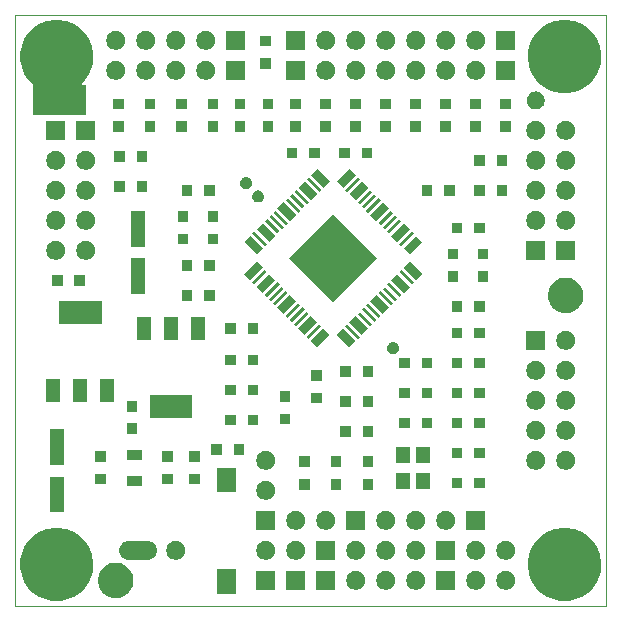
<source format=gts>
%TF.GenerationSoftware,KiCad,Pcbnew,(5.0.2)-1*%
%TF.CreationDate,2019-03-11T21:45:58+00:00*%
%TF.ProjectId,uDSP-1.0,75445350-2d31-42e3-902e-6b696361645f,1.0*%
%TF.SameCoordinates,PX660b0c0PY81b3200*%
%TF.FileFunction,Soldermask,Top*%
%TF.FilePolarity,Negative*%
%FSLAX46Y46*%
G04 Gerber Fmt 4.6, Leading zero omitted, Abs format (unit mm)*
G04 Created by KiCad (PCBNEW (5.0.2)-1) date 11/03/2019 21:45:58*
%MOMM*%
%LPD*%
G01*
G04 APERTURE LIST*
%ADD10C,0.100000*%
%ADD11C,0.150000*%
G04 APERTURE END LIST*
D10*
X0Y50000000D02*
X0Y0D01*
X50000000Y50000000D02*
X0Y50000000D01*
X50000000Y0D02*
X50000000Y50000000D01*
X0Y0D02*
X50000000Y0D01*
D11*
G36*
X47204599Y6520579D02*
X47404237Y6480869D01*
X47968401Y6247185D01*
X48476135Y5907928D01*
X48907928Y5476135D01*
X49247185Y4968401D01*
X49480869Y4404237D01*
X49514852Y4233394D01*
X49600000Y3805325D01*
X49600000Y3194675D01*
X49549342Y2940000D01*
X49480869Y2595763D01*
X49247185Y2031599D01*
X48907928Y1523865D01*
X48476135Y1092072D01*
X47968401Y752815D01*
X47404237Y519131D01*
X47204599Y479421D01*
X46805325Y400000D01*
X46194675Y400000D01*
X45795401Y479421D01*
X45595763Y519131D01*
X45031599Y752815D01*
X44523865Y1092072D01*
X44092072Y1523865D01*
X43752815Y2031599D01*
X43519131Y2595763D01*
X43450658Y2940000D01*
X43400000Y3194675D01*
X43400000Y3805325D01*
X43485148Y4233394D01*
X43519131Y4404237D01*
X43752815Y4968401D01*
X44092072Y5476135D01*
X44523865Y5907928D01*
X45031599Y6247185D01*
X45595763Y6480869D01*
X45795401Y6520579D01*
X46194675Y6600000D01*
X46805325Y6600000D01*
X47204599Y6520579D01*
X47204599Y6520579D01*
G37*
G36*
X4204599Y6520579D02*
X4404237Y6480869D01*
X4968401Y6247185D01*
X5476135Y5907928D01*
X5907928Y5476135D01*
X6247185Y4968401D01*
X6480869Y4404237D01*
X6514852Y4233394D01*
X6600000Y3805325D01*
X6600000Y3194675D01*
X6549342Y2940000D01*
X6480869Y2595763D01*
X6247185Y2031599D01*
X5907928Y1523865D01*
X5476135Y1092072D01*
X4968401Y752815D01*
X4404237Y519131D01*
X4204599Y479421D01*
X3805325Y400000D01*
X3194675Y400000D01*
X2795401Y479421D01*
X2595763Y519131D01*
X2031599Y752815D01*
X1523865Y1092072D01*
X1092072Y1523865D01*
X752815Y2031599D01*
X519131Y2595763D01*
X450658Y2940000D01*
X400000Y3194675D01*
X400000Y3805325D01*
X485148Y4233394D01*
X519131Y4404237D01*
X752815Y4968401D01*
X1092072Y5476135D01*
X1523865Y5907928D01*
X2031599Y6247185D01*
X2595763Y6480869D01*
X2795401Y6520579D01*
X3194675Y6600000D01*
X3805325Y6600000D01*
X4204599Y6520579D01*
X4204599Y6520579D01*
G37*
G36*
X8830935Y3601571D02*
X8927534Y3582356D01*
X9200517Y3469283D01*
X9442920Y3307313D01*
X9446197Y3305124D01*
X9655124Y3096197D01*
X9819284Y2850515D01*
X9932356Y2577533D01*
X9990000Y2287739D01*
X9990000Y1992261D01*
X9932356Y1702467D01*
X9819284Y1429485D01*
X9655124Y1183803D01*
X9446197Y974876D01*
X9446194Y974874D01*
X9200517Y810717D01*
X8927534Y697644D01*
X8830935Y678429D01*
X8637739Y640000D01*
X8342261Y640000D01*
X8149065Y678429D01*
X8052466Y697644D01*
X7779483Y810717D01*
X7533806Y974874D01*
X7533803Y974876D01*
X7324876Y1183803D01*
X7160716Y1429485D01*
X7047644Y1702467D01*
X6990000Y1992261D01*
X6990000Y2287739D01*
X7047644Y2577533D01*
X7160716Y2850515D01*
X7324876Y3096197D01*
X7533803Y3305124D01*
X7537080Y3307313D01*
X7779483Y3469283D01*
X8052466Y3582356D01*
X8149065Y3601571D01*
X8342261Y3640000D01*
X8637739Y3640000D01*
X8830935Y3601571D01*
X8830935Y3601571D01*
G37*
G36*
X18688000Y981000D02*
X17088000Y981000D01*
X17088000Y3081000D01*
X18688000Y3081000D01*
X18688000Y981000D01*
X18688000Y981000D01*
G37*
G36*
X37230000Y1340000D02*
X35630000Y1340000D01*
X35630000Y2940000D01*
X37230000Y2940000D01*
X37230000Y1340000D01*
X37230000Y1340000D01*
G37*
G36*
X39203352Y2909257D02*
X39348941Y2848952D01*
X39479973Y2761399D01*
X39591399Y2649973D01*
X39678952Y2518941D01*
X39739257Y2373352D01*
X39770000Y2218795D01*
X39770000Y2061205D01*
X39739257Y1906648D01*
X39678952Y1761059D01*
X39591399Y1630027D01*
X39479973Y1518601D01*
X39348941Y1431048D01*
X39203352Y1370743D01*
X39048795Y1340000D01*
X38891205Y1340000D01*
X38736648Y1370743D01*
X38591059Y1431048D01*
X38460027Y1518601D01*
X38348601Y1630027D01*
X38261048Y1761059D01*
X38200743Y1906648D01*
X38170000Y2061205D01*
X38170000Y2218795D01*
X38200743Y2373352D01*
X38261048Y2518941D01*
X38348601Y2649973D01*
X38460027Y2761399D01*
X38591059Y2848952D01*
X38736648Y2909257D01*
X38891205Y2940000D01*
X39048795Y2940000D01*
X39203352Y2909257D01*
X39203352Y2909257D01*
G37*
G36*
X24530000Y1340000D02*
X22930000Y1340000D01*
X22930000Y2940000D01*
X24530000Y2940000D01*
X24530000Y1340000D01*
X24530000Y1340000D01*
G37*
G36*
X21990000Y1340000D02*
X20390000Y1340000D01*
X20390000Y2940000D01*
X21990000Y2940000D01*
X21990000Y1340000D01*
X21990000Y1340000D01*
G37*
G36*
X34123352Y2909257D02*
X34268941Y2848952D01*
X34399973Y2761399D01*
X34511399Y2649973D01*
X34598952Y2518941D01*
X34659257Y2373352D01*
X34690000Y2218795D01*
X34690000Y2061205D01*
X34659257Y1906648D01*
X34598952Y1761059D01*
X34511399Y1630027D01*
X34399973Y1518601D01*
X34268941Y1431048D01*
X34123352Y1370743D01*
X33968795Y1340000D01*
X33811205Y1340000D01*
X33656648Y1370743D01*
X33511059Y1431048D01*
X33380027Y1518601D01*
X33268601Y1630027D01*
X33181048Y1761059D01*
X33120743Y1906648D01*
X33090000Y2061205D01*
X33090000Y2218795D01*
X33120743Y2373352D01*
X33181048Y2518941D01*
X33268601Y2649973D01*
X33380027Y2761399D01*
X33511059Y2848952D01*
X33656648Y2909257D01*
X33811205Y2940000D01*
X33968795Y2940000D01*
X34123352Y2909257D01*
X34123352Y2909257D01*
G37*
G36*
X27070000Y1340000D02*
X25470000Y1340000D01*
X25470000Y2940000D01*
X27070000Y2940000D01*
X27070000Y1340000D01*
X27070000Y1340000D01*
G37*
G36*
X29043352Y2909257D02*
X29188941Y2848952D01*
X29319973Y2761399D01*
X29431399Y2649973D01*
X29518952Y2518941D01*
X29579257Y2373352D01*
X29610000Y2218795D01*
X29610000Y2061205D01*
X29579257Y1906648D01*
X29518952Y1761059D01*
X29431399Y1630027D01*
X29319973Y1518601D01*
X29188941Y1431048D01*
X29043352Y1370743D01*
X28888795Y1340000D01*
X28731205Y1340000D01*
X28576648Y1370743D01*
X28431059Y1431048D01*
X28300027Y1518601D01*
X28188601Y1630027D01*
X28101048Y1761059D01*
X28040743Y1906648D01*
X28010000Y2061205D01*
X28010000Y2218795D01*
X28040743Y2373352D01*
X28101048Y2518941D01*
X28188601Y2649973D01*
X28300027Y2761399D01*
X28431059Y2848952D01*
X28576648Y2909257D01*
X28731205Y2940000D01*
X28888795Y2940000D01*
X29043352Y2909257D01*
X29043352Y2909257D01*
G37*
G36*
X41743352Y2909257D02*
X41888941Y2848952D01*
X42019973Y2761399D01*
X42131399Y2649973D01*
X42218952Y2518941D01*
X42279257Y2373352D01*
X42310000Y2218795D01*
X42310000Y2061205D01*
X42279257Y1906648D01*
X42218952Y1761059D01*
X42131399Y1630027D01*
X42019973Y1518601D01*
X41888941Y1431048D01*
X41743352Y1370743D01*
X41588795Y1340000D01*
X41431205Y1340000D01*
X41276648Y1370743D01*
X41131059Y1431048D01*
X41000027Y1518601D01*
X40888601Y1630027D01*
X40801048Y1761059D01*
X40740743Y1906648D01*
X40710000Y2061205D01*
X40710000Y2218795D01*
X40740743Y2373352D01*
X40801048Y2518941D01*
X40888601Y2649973D01*
X41000027Y2761399D01*
X41131059Y2848952D01*
X41276648Y2909257D01*
X41431205Y2940000D01*
X41588795Y2940000D01*
X41743352Y2909257D01*
X41743352Y2909257D01*
G37*
G36*
X31583352Y2909257D02*
X31728941Y2848952D01*
X31859973Y2761399D01*
X31971399Y2649973D01*
X32058952Y2518941D01*
X32119257Y2373352D01*
X32150000Y2218795D01*
X32150000Y2061205D01*
X32119257Y1906648D01*
X32058952Y1761059D01*
X31971399Y1630027D01*
X31859973Y1518601D01*
X31728941Y1431048D01*
X31583352Y1370743D01*
X31428795Y1340000D01*
X31271205Y1340000D01*
X31116648Y1370743D01*
X30971059Y1431048D01*
X30840027Y1518601D01*
X30728601Y1630027D01*
X30641048Y1761059D01*
X30580743Y1906648D01*
X30550000Y2061205D01*
X30550000Y2218795D01*
X30580743Y2373352D01*
X30641048Y2518941D01*
X30728601Y2649973D01*
X30840027Y2761399D01*
X30971059Y2848952D01*
X31116648Y2909257D01*
X31271205Y2940000D01*
X31428795Y2940000D01*
X31583352Y2909257D01*
X31583352Y2909257D01*
G37*
G36*
X23963352Y5449257D02*
X24108941Y5388952D01*
X24239973Y5301399D01*
X24351399Y5189973D01*
X24438952Y5058941D01*
X24499257Y4913352D01*
X24530000Y4758795D01*
X24530000Y4601205D01*
X24499257Y4446648D01*
X24438952Y4301059D01*
X24351399Y4170027D01*
X24239973Y4058601D01*
X24108941Y3971048D01*
X23963352Y3910743D01*
X23808795Y3880000D01*
X23651205Y3880000D01*
X23496648Y3910743D01*
X23351059Y3971048D01*
X23220027Y4058601D01*
X23108601Y4170027D01*
X23021048Y4301059D01*
X22960743Y4446648D01*
X22930000Y4601205D01*
X22930000Y4758795D01*
X22960743Y4913352D01*
X23021048Y5058941D01*
X23108601Y5189973D01*
X23220027Y5301399D01*
X23351059Y5388952D01*
X23496648Y5449257D01*
X23651205Y5480000D01*
X23808795Y5480000D01*
X23963352Y5449257D01*
X23963352Y5449257D01*
G37*
G36*
X37230000Y3880000D02*
X35630000Y3880000D01*
X35630000Y5480000D01*
X37230000Y5480000D01*
X37230000Y3880000D01*
X37230000Y3880000D01*
G37*
G36*
X31583352Y5449257D02*
X31728941Y5388952D01*
X31859973Y5301399D01*
X31971399Y5189973D01*
X32058952Y5058941D01*
X32119257Y4913352D01*
X32150000Y4758795D01*
X32150000Y4601205D01*
X32119257Y4446648D01*
X32058952Y4301059D01*
X31971399Y4170027D01*
X31859973Y4058601D01*
X31728941Y3971048D01*
X31583352Y3910743D01*
X31428795Y3880000D01*
X31271205Y3880000D01*
X31116648Y3910743D01*
X30971059Y3971048D01*
X30840027Y4058601D01*
X30728601Y4170027D01*
X30641048Y4301059D01*
X30580743Y4446648D01*
X30550000Y4601205D01*
X30550000Y4758795D01*
X30580743Y4913352D01*
X30641048Y5058941D01*
X30728601Y5189973D01*
X30840027Y5301399D01*
X30971059Y5388952D01*
X31116648Y5449257D01*
X31271205Y5480000D01*
X31428795Y5480000D01*
X31583352Y5449257D01*
X31583352Y5449257D01*
G37*
G36*
X34123352Y5449257D02*
X34268941Y5388952D01*
X34399973Y5301399D01*
X34511399Y5189973D01*
X34598952Y5058941D01*
X34659257Y4913352D01*
X34690000Y4758795D01*
X34690000Y4601205D01*
X34659257Y4446648D01*
X34598952Y4301059D01*
X34511399Y4170027D01*
X34399973Y4058601D01*
X34268941Y3971048D01*
X34123352Y3910743D01*
X33968795Y3880000D01*
X33811205Y3880000D01*
X33656648Y3910743D01*
X33511059Y3971048D01*
X33380027Y4058601D01*
X33268601Y4170027D01*
X33181048Y4301059D01*
X33120743Y4446648D01*
X33090000Y4601205D01*
X33090000Y4758795D01*
X33120743Y4913352D01*
X33181048Y5058941D01*
X33268601Y5189973D01*
X33380027Y5301399D01*
X33511059Y5388952D01*
X33656648Y5449257D01*
X33811205Y5480000D01*
X33968795Y5480000D01*
X34123352Y5449257D01*
X34123352Y5449257D01*
G37*
G36*
X13803352Y5449257D02*
X13948941Y5388952D01*
X14079973Y5301399D01*
X14191399Y5189973D01*
X14278952Y5058941D01*
X14339257Y4913352D01*
X14370000Y4758795D01*
X14370000Y4601205D01*
X14339257Y4446648D01*
X14278952Y4301059D01*
X14191399Y4170027D01*
X14079973Y4058601D01*
X13948941Y3971048D01*
X13803352Y3910743D01*
X13648795Y3880000D01*
X13491205Y3880000D01*
X13336648Y3910743D01*
X13191059Y3971048D01*
X13060027Y4058601D01*
X12948601Y4170027D01*
X12861048Y4301059D01*
X12800743Y4446648D01*
X12770000Y4601205D01*
X12770000Y4758795D01*
X12800743Y4913352D01*
X12861048Y5058941D01*
X12948601Y5189973D01*
X13060027Y5301399D01*
X13191059Y5388952D01*
X13336648Y5449257D01*
X13491205Y5480000D01*
X13648795Y5480000D01*
X13803352Y5449257D01*
X13803352Y5449257D01*
G37*
G36*
X11312649Y5472283D02*
X11351827Y5468424D01*
X11415012Y5449257D01*
X11502629Y5422679D01*
X11641608Y5348392D01*
X11763422Y5248422D01*
X11863392Y5126608D01*
X11937679Y4987629D01*
X11983424Y4836826D01*
X11998870Y4680000D01*
X11983424Y4523174D01*
X11937679Y4372371D01*
X11863392Y4233392D01*
X11763422Y4111578D01*
X11641608Y4011608D01*
X11502629Y3937321D01*
X11427227Y3914448D01*
X11351827Y3891576D01*
X11312649Y3887717D01*
X11234295Y3880000D01*
X9555705Y3880000D01*
X9477351Y3887717D01*
X9438173Y3891576D01*
X9362773Y3914448D01*
X9287371Y3937321D01*
X9148392Y4011608D01*
X9026578Y4111578D01*
X8926608Y4233392D01*
X8852321Y4372371D01*
X8806576Y4523174D01*
X8791130Y4680000D01*
X8806576Y4836826D01*
X8852321Y4987629D01*
X8926608Y5126608D01*
X9026578Y5248422D01*
X9148392Y5348392D01*
X9287371Y5422679D01*
X9374988Y5449257D01*
X9438173Y5468424D01*
X9477351Y5472283D01*
X9555705Y5480000D01*
X11234295Y5480000D01*
X11312649Y5472283D01*
X11312649Y5472283D01*
G37*
G36*
X39203352Y5449257D02*
X39348941Y5388952D01*
X39479973Y5301399D01*
X39591399Y5189973D01*
X39678952Y5058941D01*
X39739257Y4913352D01*
X39770000Y4758795D01*
X39770000Y4601205D01*
X39739257Y4446648D01*
X39678952Y4301059D01*
X39591399Y4170027D01*
X39479973Y4058601D01*
X39348941Y3971048D01*
X39203352Y3910743D01*
X39048795Y3880000D01*
X38891205Y3880000D01*
X38736648Y3910743D01*
X38591059Y3971048D01*
X38460027Y4058601D01*
X38348601Y4170027D01*
X38261048Y4301059D01*
X38200743Y4446648D01*
X38170000Y4601205D01*
X38170000Y4758795D01*
X38200743Y4913352D01*
X38261048Y5058941D01*
X38348601Y5189973D01*
X38460027Y5301399D01*
X38591059Y5388952D01*
X38736648Y5449257D01*
X38891205Y5480000D01*
X39048795Y5480000D01*
X39203352Y5449257D01*
X39203352Y5449257D01*
G37*
G36*
X21423352Y5449257D02*
X21568941Y5388952D01*
X21699973Y5301399D01*
X21811399Y5189973D01*
X21898952Y5058941D01*
X21959257Y4913352D01*
X21990000Y4758795D01*
X21990000Y4601205D01*
X21959257Y4446648D01*
X21898952Y4301059D01*
X21811399Y4170027D01*
X21699973Y4058601D01*
X21568941Y3971048D01*
X21423352Y3910743D01*
X21268795Y3880000D01*
X21111205Y3880000D01*
X20956648Y3910743D01*
X20811059Y3971048D01*
X20680027Y4058601D01*
X20568601Y4170027D01*
X20481048Y4301059D01*
X20420743Y4446648D01*
X20390000Y4601205D01*
X20390000Y4758795D01*
X20420743Y4913352D01*
X20481048Y5058941D01*
X20568601Y5189973D01*
X20680027Y5301399D01*
X20811059Y5388952D01*
X20956648Y5449257D01*
X21111205Y5480000D01*
X21268795Y5480000D01*
X21423352Y5449257D01*
X21423352Y5449257D01*
G37*
G36*
X41743352Y5449257D02*
X41888941Y5388952D01*
X42019973Y5301399D01*
X42131399Y5189973D01*
X42218952Y5058941D01*
X42279257Y4913352D01*
X42310000Y4758795D01*
X42310000Y4601205D01*
X42279257Y4446648D01*
X42218952Y4301059D01*
X42131399Y4170027D01*
X42019973Y4058601D01*
X41888941Y3971048D01*
X41743352Y3910743D01*
X41588795Y3880000D01*
X41431205Y3880000D01*
X41276648Y3910743D01*
X41131059Y3971048D01*
X41000027Y4058601D01*
X40888601Y4170027D01*
X40801048Y4301059D01*
X40740743Y4446648D01*
X40710000Y4601205D01*
X40710000Y4758795D01*
X40740743Y4913352D01*
X40801048Y5058941D01*
X40888601Y5189973D01*
X41000027Y5301399D01*
X41131059Y5388952D01*
X41276648Y5449257D01*
X41431205Y5480000D01*
X41588795Y5480000D01*
X41743352Y5449257D01*
X41743352Y5449257D01*
G37*
G36*
X29043352Y5449257D02*
X29188941Y5388952D01*
X29319973Y5301399D01*
X29431399Y5189973D01*
X29518952Y5058941D01*
X29579257Y4913352D01*
X29610000Y4758795D01*
X29610000Y4601205D01*
X29579257Y4446648D01*
X29518952Y4301059D01*
X29431399Y4170027D01*
X29319973Y4058601D01*
X29188941Y3971048D01*
X29043352Y3910743D01*
X28888795Y3880000D01*
X28731205Y3880000D01*
X28576648Y3910743D01*
X28431059Y3971048D01*
X28300027Y4058601D01*
X28188601Y4170027D01*
X28101048Y4301059D01*
X28040743Y4446648D01*
X28010000Y4601205D01*
X28010000Y4758795D01*
X28040743Y4913352D01*
X28101048Y5058941D01*
X28188601Y5189973D01*
X28300027Y5301399D01*
X28431059Y5388952D01*
X28576648Y5449257D01*
X28731205Y5480000D01*
X28888795Y5480000D01*
X29043352Y5449257D01*
X29043352Y5449257D01*
G37*
G36*
X27070000Y3880000D02*
X25470000Y3880000D01*
X25470000Y5480000D01*
X27070000Y5480000D01*
X27070000Y3880000D01*
X27070000Y3880000D01*
G37*
G36*
X26503352Y7989257D02*
X26648941Y7928952D01*
X26779973Y7841399D01*
X26891399Y7729973D01*
X26978952Y7598941D01*
X27039257Y7453352D01*
X27070000Y7298795D01*
X27070000Y7141205D01*
X27039257Y6986648D01*
X26978952Y6841059D01*
X26891399Y6710027D01*
X26779973Y6598601D01*
X26648941Y6511048D01*
X26503352Y6450743D01*
X26348795Y6420000D01*
X26191205Y6420000D01*
X26036648Y6450743D01*
X25891059Y6511048D01*
X25760027Y6598601D01*
X25648601Y6710027D01*
X25561048Y6841059D01*
X25500743Y6986648D01*
X25470000Y7141205D01*
X25470000Y7298795D01*
X25500743Y7453352D01*
X25561048Y7598941D01*
X25648601Y7729973D01*
X25760027Y7841399D01*
X25891059Y7928952D01*
X26036648Y7989257D01*
X26191205Y8020000D01*
X26348795Y8020000D01*
X26503352Y7989257D01*
X26503352Y7989257D01*
G37*
G36*
X34123352Y7989257D02*
X34268941Y7928952D01*
X34399973Y7841399D01*
X34511399Y7729973D01*
X34598952Y7598941D01*
X34659257Y7453352D01*
X34690000Y7298795D01*
X34690000Y7141205D01*
X34659257Y6986648D01*
X34598952Y6841059D01*
X34511399Y6710027D01*
X34399973Y6598601D01*
X34268941Y6511048D01*
X34123352Y6450743D01*
X33968795Y6420000D01*
X33811205Y6420000D01*
X33656648Y6450743D01*
X33511059Y6511048D01*
X33380027Y6598601D01*
X33268601Y6710027D01*
X33181048Y6841059D01*
X33120743Y6986648D01*
X33090000Y7141205D01*
X33090000Y7298795D01*
X33120743Y7453352D01*
X33181048Y7598941D01*
X33268601Y7729973D01*
X33380027Y7841399D01*
X33511059Y7928952D01*
X33656648Y7989257D01*
X33811205Y8020000D01*
X33968795Y8020000D01*
X34123352Y7989257D01*
X34123352Y7989257D01*
G37*
G36*
X39770000Y6420000D02*
X38170000Y6420000D01*
X38170000Y8020000D01*
X39770000Y8020000D01*
X39770000Y6420000D01*
X39770000Y6420000D01*
G37*
G36*
X36663352Y7989257D02*
X36808941Y7928952D01*
X36939973Y7841399D01*
X37051399Y7729973D01*
X37138952Y7598941D01*
X37199257Y7453352D01*
X37230000Y7298795D01*
X37230000Y7141205D01*
X37199257Y6986648D01*
X37138952Y6841059D01*
X37051399Y6710027D01*
X36939973Y6598601D01*
X36808941Y6511048D01*
X36663352Y6450743D01*
X36508795Y6420000D01*
X36351205Y6420000D01*
X36196648Y6450743D01*
X36051059Y6511048D01*
X35920027Y6598601D01*
X35808601Y6710027D01*
X35721048Y6841059D01*
X35660743Y6986648D01*
X35630000Y7141205D01*
X35630000Y7298795D01*
X35660743Y7453352D01*
X35721048Y7598941D01*
X35808601Y7729973D01*
X35920027Y7841399D01*
X36051059Y7928952D01*
X36196648Y7989257D01*
X36351205Y8020000D01*
X36508795Y8020000D01*
X36663352Y7989257D01*
X36663352Y7989257D01*
G37*
G36*
X23963352Y7989257D02*
X24108941Y7928952D01*
X24239973Y7841399D01*
X24351399Y7729973D01*
X24438952Y7598941D01*
X24499257Y7453352D01*
X24530000Y7298795D01*
X24530000Y7141205D01*
X24499257Y6986648D01*
X24438952Y6841059D01*
X24351399Y6710027D01*
X24239973Y6598601D01*
X24108941Y6511048D01*
X23963352Y6450743D01*
X23808795Y6420000D01*
X23651205Y6420000D01*
X23496648Y6450743D01*
X23351059Y6511048D01*
X23220027Y6598601D01*
X23108601Y6710027D01*
X23021048Y6841059D01*
X22960743Y6986648D01*
X22930000Y7141205D01*
X22930000Y7298795D01*
X22960743Y7453352D01*
X23021048Y7598941D01*
X23108601Y7729973D01*
X23220027Y7841399D01*
X23351059Y7928952D01*
X23496648Y7989257D01*
X23651205Y8020000D01*
X23808795Y8020000D01*
X23963352Y7989257D01*
X23963352Y7989257D01*
G37*
G36*
X29610000Y6420000D02*
X28010000Y6420000D01*
X28010000Y8020000D01*
X29610000Y8020000D01*
X29610000Y6420000D01*
X29610000Y6420000D01*
G37*
G36*
X21990000Y6420000D02*
X20390000Y6420000D01*
X20390000Y8020000D01*
X21990000Y8020000D01*
X21990000Y6420000D01*
X21990000Y6420000D01*
G37*
G36*
X31583352Y7989257D02*
X31728941Y7928952D01*
X31859973Y7841399D01*
X31971399Y7729973D01*
X32058952Y7598941D01*
X32119257Y7453352D01*
X32150000Y7298795D01*
X32150000Y7141205D01*
X32119257Y6986648D01*
X32058952Y6841059D01*
X31971399Y6710027D01*
X31859973Y6598601D01*
X31728941Y6511048D01*
X31583352Y6450743D01*
X31428795Y6420000D01*
X31271205Y6420000D01*
X31116648Y6450743D01*
X30971059Y6511048D01*
X30840027Y6598601D01*
X30728601Y6710027D01*
X30641048Y6841059D01*
X30580743Y6986648D01*
X30550000Y7141205D01*
X30550000Y7298795D01*
X30580743Y7453352D01*
X30641048Y7598941D01*
X30728601Y7729973D01*
X30840027Y7841399D01*
X30971059Y7928952D01*
X31116648Y7989257D01*
X31271205Y8020000D01*
X31428795Y8020000D01*
X31583352Y7989257D01*
X31583352Y7989257D01*
G37*
G36*
X4090000Y7913000D02*
X2890000Y7913000D01*
X2890000Y10913000D01*
X4090000Y10913000D01*
X4090000Y7913000D01*
X4090000Y7913000D01*
G37*
G36*
X21423352Y10529257D02*
X21568941Y10468952D01*
X21699973Y10381399D01*
X21811399Y10269973D01*
X21898952Y10138941D01*
X21959257Y9993352D01*
X21990000Y9838795D01*
X21990000Y9681205D01*
X21959257Y9526648D01*
X21898952Y9381059D01*
X21811399Y9250027D01*
X21699973Y9138601D01*
X21568941Y9051048D01*
X21423352Y8990743D01*
X21268795Y8960000D01*
X21111205Y8960000D01*
X20956648Y8990743D01*
X20811059Y9051048D01*
X20680027Y9138601D01*
X20568601Y9250027D01*
X20481048Y9381059D01*
X20420743Y9526648D01*
X20390000Y9681205D01*
X20390000Y9838795D01*
X20420743Y9993352D01*
X20481048Y10138941D01*
X20568601Y10269973D01*
X20680027Y10381399D01*
X20811059Y10468952D01*
X20956648Y10529257D01*
X21111205Y10560000D01*
X21268795Y10560000D01*
X21423352Y10529257D01*
X21423352Y10529257D01*
G37*
G36*
X18688000Y9581000D02*
X17088000Y9581000D01*
X17088000Y11681000D01*
X18688000Y11681000D01*
X18688000Y9581000D01*
X18688000Y9581000D01*
G37*
G36*
X24942000Y9825000D02*
X24042000Y9825000D01*
X24042000Y10725000D01*
X24942000Y10725000D01*
X24942000Y9825000D01*
X24942000Y9825000D01*
G37*
G36*
X30290000Y9825000D02*
X29390000Y9825000D01*
X29390000Y10725000D01*
X30290000Y10725000D01*
X30290000Y9825000D01*
X30290000Y9825000D01*
G37*
G36*
X27609000Y9825000D02*
X26709000Y9825000D01*
X26709000Y10725000D01*
X27609000Y10725000D01*
X27609000Y9825000D01*
X27609000Y9825000D01*
G37*
G36*
X35125000Y9865000D02*
X33925000Y9865000D01*
X33925000Y11265000D01*
X35125000Y11265000D01*
X35125000Y9865000D01*
X35125000Y9865000D01*
G37*
G36*
X33425000Y9865000D02*
X32225000Y9865000D01*
X32225000Y11265000D01*
X33425000Y11265000D01*
X33425000Y9865000D01*
X33425000Y9865000D01*
G37*
G36*
X39735000Y9945000D02*
X38835000Y9945000D01*
X38835000Y10845000D01*
X39735000Y10845000D01*
X39735000Y9945000D01*
X39735000Y9945000D01*
G37*
G36*
X37835000Y9945000D02*
X36935000Y9945000D01*
X36935000Y10845000D01*
X37835000Y10845000D01*
X37835000Y9945000D01*
X37835000Y9945000D01*
G37*
G36*
X10730000Y10115000D02*
X9430000Y10115000D01*
X9430000Y11015000D01*
X10730000Y11015000D01*
X10730000Y10115000D01*
X10730000Y10115000D01*
G37*
G36*
X15624000Y10264500D02*
X14724000Y10264500D01*
X14724000Y11164500D01*
X15624000Y11164500D01*
X15624000Y10264500D01*
X15624000Y10264500D01*
G37*
G36*
X7670000Y10265000D02*
X6770000Y10265000D01*
X6770000Y11165000D01*
X7670000Y11165000D01*
X7670000Y10265000D01*
X7670000Y10265000D01*
G37*
G36*
X13338000Y10267000D02*
X12438000Y10267000D01*
X12438000Y11167000D01*
X13338000Y11167000D01*
X13338000Y10267000D01*
X13338000Y10267000D01*
G37*
G36*
X44283352Y13069257D02*
X44428941Y13008952D01*
X44559973Y12921399D01*
X44671399Y12809973D01*
X44758952Y12678941D01*
X44819257Y12533352D01*
X44850000Y12378795D01*
X44850000Y12221205D01*
X44819257Y12066648D01*
X44758952Y11921059D01*
X44671399Y11790027D01*
X44559973Y11678601D01*
X44428941Y11591048D01*
X44283352Y11530743D01*
X44128795Y11500000D01*
X43971205Y11500000D01*
X43816648Y11530743D01*
X43671059Y11591048D01*
X43540027Y11678601D01*
X43428601Y11790027D01*
X43341048Y11921059D01*
X43280743Y12066648D01*
X43250000Y12221205D01*
X43250000Y12378795D01*
X43280743Y12533352D01*
X43341048Y12678941D01*
X43428601Y12809973D01*
X43540027Y12921399D01*
X43671059Y13008952D01*
X43816648Y13069257D01*
X43971205Y13100000D01*
X44128795Y13100000D01*
X44283352Y13069257D01*
X44283352Y13069257D01*
G37*
G36*
X46823352Y13069257D02*
X46968941Y13008952D01*
X47099973Y12921399D01*
X47211399Y12809973D01*
X47298952Y12678941D01*
X47359257Y12533352D01*
X47390000Y12378795D01*
X47390000Y12221205D01*
X47359257Y12066648D01*
X47298952Y11921059D01*
X47211399Y11790027D01*
X47099973Y11678601D01*
X46968941Y11591048D01*
X46823352Y11530743D01*
X46668795Y11500000D01*
X46511205Y11500000D01*
X46356648Y11530743D01*
X46211059Y11591048D01*
X46080027Y11678601D01*
X45968601Y11790027D01*
X45881048Y11921059D01*
X45820743Y12066648D01*
X45790000Y12221205D01*
X45790000Y12378795D01*
X45820743Y12533352D01*
X45881048Y12678941D01*
X45968601Y12809973D01*
X46080027Y12921399D01*
X46211059Y13008952D01*
X46356648Y13069257D01*
X46511205Y13100000D01*
X46668795Y13100000D01*
X46823352Y13069257D01*
X46823352Y13069257D01*
G37*
G36*
X21423352Y13069257D02*
X21568941Y13008952D01*
X21699973Y12921399D01*
X21811399Y12809973D01*
X21898952Y12678941D01*
X21959257Y12533352D01*
X21990000Y12378795D01*
X21990000Y12221205D01*
X21959257Y12066648D01*
X21898952Y11921059D01*
X21811399Y11790027D01*
X21699973Y11678601D01*
X21568941Y11591048D01*
X21423352Y11530743D01*
X21268795Y11500000D01*
X21111205Y11500000D01*
X20956648Y11530743D01*
X20811059Y11591048D01*
X20680027Y11678601D01*
X20568601Y11790027D01*
X20481048Y11921059D01*
X20420743Y12066648D01*
X20390000Y12221205D01*
X20390000Y12378795D01*
X20420743Y12533352D01*
X20481048Y12678941D01*
X20568601Y12809973D01*
X20680027Y12921399D01*
X20811059Y13008952D01*
X20956648Y13069257D01*
X21111205Y13100000D01*
X21268795Y13100000D01*
X21423352Y13069257D01*
X21423352Y13069257D01*
G37*
G36*
X30290000Y11725000D02*
X29390000Y11725000D01*
X29390000Y12625000D01*
X30290000Y12625000D01*
X30290000Y11725000D01*
X30290000Y11725000D01*
G37*
G36*
X27609000Y11725000D02*
X26709000Y11725000D01*
X26709000Y12625000D01*
X27609000Y12625000D01*
X27609000Y11725000D01*
X27609000Y11725000D01*
G37*
G36*
X24942000Y11725000D02*
X24042000Y11725000D01*
X24042000Y12625000D01*
X24942000Y12625000D01*
X24942000Y11725000D01*
X24942000Y11725000D01*
G37*
G36*
X4090000Y11913000D02*
X2890000Y11913000D01*
X2890000Y14913000D01*
X4090000Y14913000D01*
X4090000Y11913000D01*
X4090000Y11913000D01*
G37*
G36*
X35125000Y12065000D02*
X33925000Y12065000D01*
X33925000Y13465000D01*
X35125000Y13465000D01*
X35125000Y12065000D01*
X35125000Y12065000D01*
G37*
G36*
X33425000Y12065000D02*
X32225000Y12065000D01*
X32225000Y13465000D01*
X33425000Y13465000D01*
X33425000Y12065000D01*
X33425000Y12065000D01*
G37*
G36*
X15624000Y12164500D02*
X14724000Y12164500D01*
X14724000Y13064500D01*
X15624000Y13064500D01*
X15624000Y12164500D01*
X15624000Y12164500D01*
G37*
G36*
X7670000Y12165000D02*
X6770000Y12165000D01*
X6770000Y13065000D01*
X7670000Y13065000D01*
X7670000Y12165000D01*
X7670000Y12165000D01*
G37*
G36*
X13338000Y12167000D02*
X12438000Y12167000D01*
X12438000Y13067000D01*
X13338000Y13067000D01*
X13338000Y12167000D01*
X13338000Y12167000D01*
G37*
G36*
X10730000Y12315000D02*
X9430000Y12315000D01*
X9430000Y13215000D01*
X10730000Y13215000D01*
X10730000Y12315000D01*
X10730000Y12315000D01*
G37*
G36*
X37835000Y12485000D02*
X36935000Y12485000D01*
X36935000Y13385000D01*
X37835000Y13385000D01*
X37835000Y12485000D01*
X37835000Y12485000D01*
G37*
G36*
X39735000Y12485000D02*
X38835000Y12485000D01*
X38835000Y13385000D01*
X39735000Y13385000D01*
X39735000Y12485000D01*
X39735000Y12485000D01*
G37*
G36*
X17468000Y12741000D02*
X16568000Y12741000D01*
X16568000Y13641000D01*
X17468000Y13641000D01*
X17468000Y12741000D01*
X17468000Y12741000D01*
G37*
G36*
X19368000Y12741000D02*
X18468000Y12741000D01*
X18468000Y13641000D01*
X19368000Y13641000D01*
X19368000Y12741000D01*
X19368000Y12741000D01*
G37*
G36*
X46823352Y15609257D02*
X46968941Y15548952D01*
X47099973Y15461399D01*
X47211399Y15349973D01*
X47298952Y15218941D01*
X47359257Y15073352D01*
X47390000Y14918795D01*
X47390000Y14761205D01*
X47359257Y14606648D01*
X47298952Y14461059D01*
X47211399Y14330027D01*
X47099973Y14218601D01*
X46968941Y14131048D01*
X46823352Y14070743D01*
X46668795Y14040000D01*
X46511205Y14040000D01*
X46356648Y14070743D01*
X46211059Y14131048D01*
X46080027Y14218601D01*
X45968601Y14330027D01*
X45881048Y14461059D01*
X45820743Y14606648D01*
X45790000Y14761205D01*
X45790000Y14918795D01*
X45820743Y15073352D01*
X45881048Y15218941D01*
X45968601Y15349973D01*
X46080027Y15461399D01*
X46211059Y15548952D01*
X46356648Y15609257D01*
X46511205Y15640000D01*
X46668795Y15640000D01*
X46823352Y15609257D01*
X46823352Y15609257D01*
G37*
G36*
X44283352Y15609257D02*
X44428941Y15548952D01*
X44559973Y15461399D01*
X44671399Y15349973D01*
X44758952Y15218941D01*
X44819257Y15073352D01*
X44850000Y14918795D01*
X44850000Y14761205D01*
X44819257Y14606648D01*
X44758952Y14461059D01*
X44671399Y14330027D01*
X44559973Y14218601D01*
X44428941Y14131048D01*
X44283352Y14070743D01*
X44128795Y14040000D01*
X43971205Y14040000D01*
X43816648Y14070743D01*
X43671059Y14131048D01*
X43540027Y14218601D01*
X43428601Y14330027D01*
X43341048Y14461059D01*
X43280743Y14606648D01*
X43250000Y14761205D01*
X43250000Y14918795D01*
X43280743Y15073352D01*
X43341048Y15218941D01*
X43428601Y15349973D01*
X43540027Y15461399D01*
X43671059Y15548952D01*
X43816648Y15609257D01*
X43971205Y15640000D01*
X44128795Y15640000D01*
X44283352Y15609257D01*
X44283352Y15609257D01*
G37*
G36*
X28390000Y14265000D02*
X27490000Y14265000D01*
X27490000Y15165000D01*
X28390000Y15165000D01*
X28390000Y14265000D01*
X28390000Y14265000D01*
G37*
G36*
X30290000Y14265000D02*
X29390000Y14265000D01*
X29390000Y15165000D01*
X30290000Y15165000D01*
X30290000Y14265000D01*
X30290000Y14265000D01*
G37*
G36*
X10337000Y14519500D02*
X9437000Y14519500D01*
X9437000Y15419500D01*
X10337000Y15419500D01*
X10337000Y14519500D01*
X10337000Y14519500D01*
G37*
G36*
X39735000Y15025000D02*
X38835000Y15025000D01*
X38835000Y15925000D01*
X39735000Y15925000D01*
X39735000Y15025000D01*
X39735000Y15025000D01*
G37*
G36*
X37835000Y15025000D02*
X36935000Y15025000D01*
X36935000Y15925000D01*
X37835000Y15925000D01*
X37835000Y15025000D01*
X37835000Y15025000D01*
G37*
G36*
X33390000Y15025000D02*
X32490000Y15025000D01*
X32490000Y15925000D01*
X33390000Y15925000D01*
X33390000Y15025000D01*
X33390000Y15025000D01*
G37*
G36*
X35290000Y15025000D02*
X34390000Y15025000D01*
X34390000Y15925000D01*
X35290000Y15925000D01*
X35290000Y15025000D01*
X35290000Y15025000D01*
G37*
G36*
X18658000Y15279000D02*
X17758000Y15279000D01*
X17758000Y16179000D01*
X18658000Y16179000D01*
X18658000Y15279000D01*
X18658000Y15279000D01*
G37*
G36*
X20558000Y15279000D02*
X19658000Y15279000D01*
X19658000Y16179000D01*
X20558000Y16179000D01*
X20558000Y15279000D01*
X20558000Y15279000D01*
G37*
G36*
X23291000Y15345000D02*
X22391000Y15345000D01*
X22391000Y16245000D01*
X23291000Y16245000D01*
X23291000Y15345000D01*
X23291000Y15345000D01*
G37*
G36*
X14989000Y15872000D02*
X11389000Y15872000D01*
X11389000Y17872000D01*
X14989000Y17872000D01*
X14989000Y15872000D01*
X14989000Y15872000D01*
G37*
G36*
X10337000Y16419500D02*
X9437000Y16419500D01*
X9437000Y17319500D01*
X10337000Y17319500D01*
X10337000Y16419500D01*
X10337000Y16419500D01*
G37*
G36*
X46823352Y18149257D02*
X46968941Y18088952D01*
X47099973Y18001399D01*
X47211399Y17889973D01*
X47298952Y17758941D01*
X47359257Y17613352D01*
X47390000Y17458795D01*
X47390000Y17301205D01*
X47359257Y17146648D01*
X47298952Y17001059D01*
X47211399Y16870027D01*
X47099973Y16758601D01*
X46968941Y16671048D01*
X46823352Y16610743D01*
X46668795Y16580000D01*
X46511205Y16580000D01*
X46356648Y16610743D01*
X46211059Y16671048D01*
X46080027Y16758601D01*
X45968601Y16870027D01*
X45881048Y17001059D01*
X45820743Y17146648D01*
X45790000Y17301205D01*
X45790000Y17458795D01*
X45820743Y17613352D01*
X45881048Y17758941D01*
X45968601Y17889973D01*
X46080027Y18001399D01*
X46211059Y18088952D01*
X46356648Y18149257D01*
X46511205Y18180000D01*
X46668795Y18180000D01*
X46823352Y18149257D01*
X46823352Y18149257D01*
G37*
G36*
X44283352Y18149257D02*
X44428941Y18088952D01*
X44559973Y18001399D01*
X44671399Y17889973D01*
X44758952Y17758941D01*
X44819257Y17613352D01*
X44850000Y17458795D01*
X44850000Y17301205D01*
X44819257Y17146648D01*
X44758952Y17001059D01*
X44671399Y16870027D01*
X44559973Y16758601D01*
X44428941Y16671048D01*
X44283352Y16610743D01*
X44128795Y16580000D01*
X43971205Y16580000D01*
X43816648Y16610743D01*
X43671059Y16671048D01*
X43540027Y16758601D01*
X43428601Y16870027D01*
X43341048Y17001059D01*
X43280743Y17146648D01*
X43250000Y17301205D01*
X43250000Y17458795D01*
X43280743Y17613352D01*
X43341048Y17758941D01*
X43428601Y17889973D01*
X43540027Y18001399D01*
X43671059Y18088952D01*
X43816648Y18149257D01*
X43971205Y18180000D01*
X44128795Y18180000D01*
X44283352Y18149257D01*
X44283352Y18149257D01*
G37*
G36*
X30290000Y16805000D02*
X29390000Y16805000D01*
X29390000Y17705000D01*
X30290000Y17705000D01*
X30290000Y16805000D01*
X30290000Y16805000D01*
G37*
G36*
X28390000Y16805000D02*
X27490000Y16805000D01*
X27490000Y17705000D01*
X28390000Y17705000D01*
X28390000Y16805000D01*
X28390000Y16805000D01*
G37*
G36*
X25958000Y17123000D02*
X25058000Y17123000D01*
X25058000Y18023000D01*
X25958000Y18023000D01*
X25958000Y17123000D01*
X25958000Y17123000D01*
G37*
G36*
X6100000Y17198000D02*
X4900000Y17198000D01*
X4900000Y19198000D01*
X6100000Y19198000D01*
X6100000Y17198000D01*
X6100000Y17198000D01*
G37*
G36*
X3814000Y17198000D02*
X2614000Y17198000D01*
X2614000Y19198000D01*
X3814000Y19198000D01*
X3814000Y17198000D01*
X3814000Y17198000D01*
G37*
G36*
X8386000Y17198000D02*
X7186000Y17198000D01*
X7186000Y19198000D01*
X8386000Y19198000D01*
X8386000Y17198000D01*
X8386000Y17198000D01*
G37*
G36*
X23291000Y17245000D02*
X22391000Y17245000D01*
X22391000Y18145000D01*
X23291000Y18145000D01*
X23291000Y17245000D01*
X23291000Y17245000D01*
G37*
G36*
X39735000Y17565000D02*
X38835000Y17565000D01*
X38835000Y18465000D01*
X39735000Y18465000D01*
X39735000Y17565000D01*
X39735000Y17565000D01*
G37*
G36*
X37835000Y17565000D02*
X36935000Y17565000D01*
X36935000Y18465000D01*
X37835000Y18465000D01*
X37835000Y17565000D01*
X37835000Y17565000D01*
G37*
G36*
X33390001Y17565000D02*
X32490001Y17565000D01*
X32490001Y18465000D01*
X33390001Y18465000D01*
X33390001Y17565000D01*
X33390001Y17565000D01*
G37*
G36*
X35289999Y17565000D02*
X34389999Y17565000D01*
X34389999Y18465000D01*
X35289999Y18465000D01*
X35289999Y17565000D01*
X35289999Y17565000D01*
G37*
G36*
X18658000Y17819000D02*
X17758000Y17819000D01*
X17758000Y18719000D01*
X18658000Y18719000D01*
X18658000Y17819000D01*
X18658000Y17819000D01*
G37*
G36*
X20558000Y17819000D02*
X19658000Y17819000D01*
X19658000Y18719000D01*
X20558000Y18719000D01*
X20558000Y17819000D01*
X20558000Y17819000D01*
G37*
G36*
X25958000Y19023000D02*
X25058000Y19023000D01*
X25058000Y19923000D01*
X25958000Y19923000D01*
X25958000Y19023000D01*
X25958000Y19023000D01*
G37*
G36*
X44283352Y20689257D02*
X44428941Y20628952D01*
X44559973Y20541399D01*
X44671399Y20429973D01*
X44758952Y20298941D01*
X44819257Y20153352D01*
X44850000Y19998795D01*
X44850000Y19841205D01*
X44819257Y19686648D01*
X44758952Y19541059D01*
X44671399Y19410027D01*
X44559973Y19298601D01*
X44428941Y19211048D01*
X44283352Y19150743D01*
X44128795Y19120000D01*
X43971205Y19120000D01*
X43816648Y19150743D01*
X43671059Y19211048D01*
X43540027Y19298601D01*
X43428601Y19410027D01*
X43341048Y19541059D01*
X43280743Y19686648D01*
X43250000Y19841205D01*
X43250000Y19998795D01*
X43280743Y20153352D01*
X43341048Y20298941D01*
X43428601Y20429973D01*
X43540027Y20541399D01*
X43671059Y20628952D01*
X43816648Y20689257D01*
X43971205Y20720000D01*
X44128795Y20720000D01*
X44283352Y20689257D01*
X44283352Y20689257D01*
G37*
G36*
X46823352Y20689257D02*
X46968941Y20628952D01*
X47099973Y20541399D01*
X47211399Y20429973D01*
X47298952Y20298941D01*
X47359257Y20153352D01*
X47390000Y19998795D01*
X47390000Y19841205D01*
X47359257Y19686648D01*
X47298952Y19541059D01*
X47211399Y19410027D01*
X47099973Y19298601D01*
X46968941Y19211048D01*
X46823352Y19150743D01*
X46668795Y19120000D01*
X46511205Y19120000D01*
X46356648Y19150743D01*
X46211059Y19211048D01*
X46080027Y19298601D01*
X45968601Y19410027D01*
X45881048Y19541059D01*
X45820743Y19686648D01*
X45790000Y19841205D01*
X45790000Y19998795D01*
X45820743Y20153352D01*
X45881048Y20298941D01*
X45968601Y20429973D01*
X46080027Y20541399D01*
X46211059Y20628952D01*
X46356648Y20689257D01*
X46511205Y20720000D01*
X46668795Y20720000D01*
X46823352Y20689257D01*
X46823352Y20689257D01*
G37*
G36*
X30290000Y19345000D02*
X29390000Y19345000D01*
X29390000Y20245000D01*
X30290000Y20245000D01*
X30290000Y19345000D01*
X30290000Y19345000D01*
G37*
G36*
X28390000Y19345000D02*
X27490000Y19345000D01*
X27490000Y20245000D01*
X28390000Y20245000D01*
X28390000Y19345000D01*
X28390000Y19345000D01*
G37*
G36*
X35290000Y20105000D02*
X34390000Y20105000D01*
X34390000Y21005000D01*
X35290000Y21005000D01*
X35290000Y20105000D01*
X35290000Y20105000D01*
G37*
G36*
X33390000Y20105000D02*
X32490000Y20105000D01*
X32490000Y21005000D01*
X33390000Y21005000D01*
X33390000Y20105000D01*
X33390000Y20105000D01*
G37*
G36*
X39735000Y20105000D02*
X38835000Y20105000D01*
X38835000Y21005000D01*
X39735000Y21005000D01*
X39735000Y20105000D01*
X39735000Y20105000D01*
G37*
G36*
X37835000Y20105000D02*
X36935000Y20105000D01*
X36935000Y21005000D01*
X37835000Y21005000D01*
X37835000Y20105000D01*
X37835000Y20105000D01*
G37*
G36*
X20558000Y20359000D02*
X19658000Y20359000D01*
X19658000Y21259000D01*
X20558000Y21259000D01*
X20558000Y20359000D01*
X20558000Y20359000D01*
G37*
G36*
X18658000Y20359000D02*
X17758000Y20359000D01*
X17758000Y21259000D01*
X18658000Y21259000D01*
X18658000Y20359000D01*
X18658000Y20359000D01*
G37*
G36*
X32130845Y22305785D02*
X32221839Y22268094D01*
X32259083Y22243208D01*
X32303734Y22213373D01*
X32373373Y22143734D01*
X32373375Y22143731D01*
X32428094Y22061839D01*
X32465785Y21970845D01*
X32485000Y21874246D01*
X32485000Y21775754D01*
X32468090Y21690743D01*
X32465785Y21679155D01*
X32428095Y21588163D01*
X32373373Y21506266D01*
X32303734Y21436627D01*
X32303731Y21436625D01*
X32221839Y21381906D01*
X32130845Y21344215D01*
X32034246Y21325000D01*
X31935754Y21325000D01*
X31839155Y21344215D01*
X31748161Y21381906D01*
X31666269Y21436625D01*
X31666266Y21436627D01*
X31596627Y21506266D01*
X31541905Y21588163D01*
X31504215Y21679155D01*
X31501910Y21690743D01*
X31485000Y21775754D01*
X31485000Y21874246D01*
X31504215Y21970845D01*
X31541906Y22061839D01*
X31596625Y22143731D01*
X31596627Y22143734D01*
X31666266Y22213373D01*
X31710917Y22243208D01*
X31748161Y22268094D01*
X31839155Y22305785D01*
X31935754Y22325000D01*
X32034246Y22325000D01*
X32130845Y22305785D01*
X32130845Y22305785D01*
G37*
G36*
X46823352Y23229257D02*
X46968941Y23168952D01*
X47099973Y23081399D01*
X47211399Y22969973D01*
X47298952Y22838941D01*
X47359257Y22693352D01*
X47390000Y22538795D01*
X47390000Y22381205D01*
X47359257Y22226648D01*
X47298952Y22081059D01*
X47211399Y21950027D01*
X47099973Y21838601D01*
X46968941Y21751048D01*
X46823352Y21690743D01*
X46668795Y21660000D01*
X46511205Y21660000D01*
X46356648Y21690743D01*
X46211059Y21751048D01*
X46080027Y21838601D01*
X45968601Y21950027D01*
X45881048Y22081059D01*
X45820743Y22226648D01*
X45790000Y22381205D01*
X45790000Y22538795D01*
X45820743Y22693352D01*
X45881048Y22838941D01*
X45968601Y22969973D01*
X46080027Y23081399D01*
X46211059Y23168952D01*
X46356648Y23229257D01*
X46511205Y23260000D01*
X46668795Y23260000D01*
X46823352Y23229257D01*
X46823352Y23229257D01*
G37*
G36*
X44850000Y21660000D02*
X43250000Y21660000D01*
X43250000Y23260000D01*
X44850000Y23260000D01*
X44850000Y21660000D01*
X44850000Y21660000D01*
G37*
G36*
X26604480Y22950315D02*
X25543819Y21889654D01*
X25013489Y22419984D01*
X26074150Y23480645D01*
X26604480Y22950315D01*
X26604480Y22950315D01*
G37*
G36*
X28796511Y22419984D02*
X28266181Y21889654D01*
X27205520Y22950315D01*
X27735850Y23480645D01*
X28796511Y22419984D01*
X28796511Y22419984D01*
G37*
G36*
X16075000Y22476000D02*
X14875000Y22476000D01*
X14875000Y24476000D01*
X16075000Y24476000D01*
X16075000Y22476000D01*
X16075000Y22476000D01*
G37*
G36*
X13789000Y22476000D02*
X12589000Y22476000D01*
X12589000Y24476000D01*
X13789000Y24476000D01*
X13789000Y22476000D01*
X13789000Y22476000D01*
G37*
G36*
X11503000Y22476000D02*
X10303000Y22476000D01*
X10303000Y24476000D01*
X11503000Y24476000D01*
X11503000Y22476000D01*
X11503000Y22476000D01*
G37*
G36*
X29150065Y22773537D02*
X28973288Y22596760D01*
X27912627Y23657421D01*
X28089404Y23834198D01*
X29150065Y22773537D01*
X29150065Y22773537D01*
G37*
G36*
X25897373Y23657421D02*
X24836712Y22596760D01*
X24659935Y22773537D01*
X25720596Y23834198D01*
X25897373Y23657421D01*
X25897373Y23657421D01*
G37*
G36*
X37835000Y22645000D02*
X36935000Y22645000D01*
X36935000Y23545000D01*
X37835000Y23545000D01*
X37835000Y22645000D01*
X37835000Y22645000D01*
G37*
G36*
X39735000Y22645000D02*
X38835000Y22645000D01*
X38835000Y23545000D01*
X39735000Y23545000D01*
X39735000Y22645000D01*
X39735000Y22645000D01*
G37*
G36*
X25543820Y24010975D02*
X24483159Y22950314D01*
X23952829Y23480644D01*
X25013490Y24541305D01*
X25543820Y24010975D01*
X25543820Y24010975D01*
G37*
G36*
X29857171Y23480644D02*
X29326841Y22950314D01*
X28266180Y24010975D01*
X28796510Y24541305D01*
X29857171Y23480644D01*
X29857171Y23480644D01*
G37*
G36*
X18658001Y23026000D02*
X17758001Y23026000D01*
X17758001Y23926000D01*
X18658001Y23926000D01*
X18658001Y23026000D01*
X18658001Y23026000D01*
G37*
G36*
X20557999Y23026000D02*
X19657999Y23026000D01*
X19657999Y23926000D01*
X20557999Y23926000D01*
X20557999Y23026000D01*
X20557999Y23026000D01*
G37*
G36*
X24836713Y24718081D02*
X23776052Y23657420D01*
X23599275Y23834197D01*
X24659936Y24894858D01*
X24836713Y24718081D01*
X24836713Y24718081D01*
G37*
G36*
X30210725Y23834197D02*
X30033948Y23657420D01*
X28973287Y24718081D01*
X29150064Y24894858D01*
X30210725Y23834197D01*
X30210725Y23834197D01*
G37*
G36*
X7300000Y23802000D02*
X3700000Y23802000D01*
X3700000Y25802000D01*
X7300000Y25802000D01*
X7300000Y23802000D01*
X7300000Y23802000D01*
G37*
G36*
X24483160Y25071635D02*
X23422499Y24010974D01*
X23245722Y24187751D01*
X24306383Y25248412D01*
X24483160Y25071635D01*
X24483160Y25071635D01*
G37*
G36*
X30564278Y24187751D02*
X30387501Y24010974D01*
X29326840Y25071635D01*
X29503617Y25248412D01*
X30564278Y24187751D01*
X30564278Y24187751D01*
G37*
G36*
X24129606Y25425188D02*
X23068945Y24364527D01*
X22892168Y24541304D01*
X23952829Y25601965D01*
X24129606Y25425188D01*
X24129606Y25425188D01*
G37*
G36*
X30917832Y24541304D02*
X30741055Y24364527D01*
X29680394Y25425188D01*
X29857171Y25601965D01*
X30917832Y24541304D01*
X30917832Y24541304D01*
G37*
G36*
X23776053Y25778742D02*
X22715392Y24718081D01*
X22185062Y25248411D01*
X23245723Y26309072D01*
X23776053Y25778742D01*
X23776053Y25778742D01*
G37*
G36*
X31624938Y25248411D02*
X31094608Y24718081D01*
X30033947Y25778742D01*
X30564277Y26309072D01*
X31624938Y25248411D01*
X31624938Y25248411D01*
G37*
G36*
X46930935Y27731571D02*
X47027534Y27712356D01*
X47300517Y27599283D01*
X47379498Y27546509D01*
X47546197Y27435124D01*
X47755124Y27226197D01*
X47755126Y27226194D01*
X47919283Y26980517D01*
X47977735Y26839402D01*
X48032356Y26707533D01*
X48090000Y26417739D01*
X48090000Y26122261D01*
X48054808Y25945338D01*
X48032356Y25832466D01*
X47952402Y25639440D01*
X47919284Y25559485D01*
X47755124Y25313803D01*
X47546197Y25104876D01*
X47546194Y25104874D01*
X47300517Y24940717D01*
X47027534Y24827644D01*
X46930935Y24808429D01*
X46737739Y24770000D01*
X46442261Y24770000D01*
X46249065Y24808429D01*
X46152466Y24827644D01*
X45879483Y24940717D01*
X45633806Y25104874D01*
X45633803Y25104876D01*
X45424876Y25313803D01*
X45260716Y25559485D01*
X45227598Y25639440D01*
X45147644Y25832466D01*
X45125192Y25945338D01*
X45090000Y26122261D01*
X45090000Y26417739D01*
X45147644Y26707533D01*
X45202266Y26839402D01*
X45260717Y26980517D01*
X45424874Y27226194D01*
X45424876Y27226197D01*
X45633803Y27435124D01*
X45800502Y27546509D01*
X45879483Y27599283D01*
X46152466Y27712356D01*
X46249065Y27731571D01*
X46442261Y27770000D01*
X46737739Y27770000D01*
X46930935Y27731571D01*
X46930935Y27731571D01*
G37*
G36*
X37835000Y24870000D02*
X36935000Y24870000D01*
X36935000Y25770000D01*
X37835000Y25770000D01*
X37835000Y24870000D01*
X37835000Y24870000D01*
G37*
G36*
X39735000Y24870000D02*
X38835000Y24870000D01*
X38835000Y25770000D01*
X39735000Y25770000D01*
X39735000Y24870000D01*
X39735000Y24870000D01*
G37*
G36*
X23068946Y26485848D02*
X22008285Y25425187D01*
X21831508Y25601964D01*
X22892169Y26662625D01*
X23068946Y26485848D01*
X23068946Y26485848D01*
G37*
G36*
X31978492Y25601964D02*
X31801715Y25425187D01*
X30741054Y26485848D01*
X30917831Y26662625D01*
X31978492Y25601964D01*
X31978492Y25601964D01*
G37*
G36*
X30652667Y29438019D02*
X26905000Y25690352D01*
X23157333Y29438019D01*
X26905000Y33185686D01*
X30652667Y29438019D01*
X30652667Y29438019D01*
G37*
G36*
X32332045Y25955518D02*
X32155268Y25778741D01*
X31094607Y26839402D01*
X31271384Y27016179D01*
X32332045Y25955518D01*
X32332045Y25955518D01*
G37*
G36*
X22715393Y26839402D02*
X21654732Y25778741D01*
X21477955Y25955518D01*
X22538616Y27016179D01*
X22715393Y26839402D01*
X22715393Y26839402D01*
G37*
G36*
X14975000Y25820000D02*
X14075000Y25820000D01*
X14075000Y26720000D01*
X14975000Y26720000D01*
X14975000Y25820000D01*
X14975000Y25820000D01*
G37*
G36*
X16875000Y25820000D02*
X15975000Y25820000D01*
X15975000Y26720000D01*
X16875000Y26720000D01*
X16875000Y25820000D01*
X16875000Y25820000D01*
G37*
G36*
X22361839Y27192955D02*
X21301178Y26132294D01*
X21124401Y26309071D01*
X22185062Y27369732D01*
X22361839Y27192955D01*
X22361839Y27192955D01*
G37*
G36*
X32685599Y26309071D02*
X32508822Y26132294D01*
X31448161Y27192955D01*
X31624938Y27369732D01*
X32685599Y26309071D01*
X32685599Y26309071D01*
G37*
G36*
X10995000Y26391500D02*
X9795000Y26391500D01*
X9795000Y29391500D01*
X10995000Y29391500D01*
X10995000Y26391500D01*
X10995000Y26391500D01*
G37*
G36*
X33392705Y27016178D02*
X32862375Y26485848D01*
X31801714Y27546509D01*
X32332044Y28076839D01*
X33392705Y27016178D01*
X33392705Y27016178D01*
G37*
G36*
X22008286Y27546509D02*
X20947625Y26485848D01*
X20417295Y27016178D01*
X21477956Y28076839D01*
X22008286Y27546509D01*
X22008286Y27546509D01*
G37*
G36*
X5900000Y27090000D02*
X5000000Y27090000D01*
X5000000Y27990000D01*
X5900000Y27990000D01*
X5900000Y27090000D01*
X5900000Y27090000D01*
G37*
G36*
X4000000Y27090000D02*
X3100000Y27090000D01*
X3100000Y27990000D01*
X4000000Y27990000D01*
X4000000Y27090000D01*
X4000000Y27090000D01*
G37*
G36*
X21301179Y28253615D02*
X20240518Y27192954D01*
X20063741Y27369731D01*
X21124402Y28430392D01*
X21301179Y28253615D01*
X21301179Y28253615D01*
G37*
G36*
X33746259Y27369731D02*
X33569482Y27192954D01*
X32508821Y28253615D01*
X32685598Y28430392D01*
X33746259Y27369731D01*
X33746259Y27369731D01*
G37*
G36*
X40055000Y27410000D02*
X39155000Y27410000D01*
X39155000Y28310000D01*
X40055000Y28310000D01*
X40055000Y27410000D01*
X40055000Y27410000D01*
G37*
G36*
X37515000Y27410000D02*
X36615000Y27410000D01*
X36615000Y28310000D01*
X37515000Y28310000D01*
X37515000Y27410000D01*
X37515000Y27410000D01*
G37*
G36*
X34453365Y28076838D02*
X33923035Y27546508D01*
X32862374Y28607169D01*
X33392704Y29137499D01*
X34453365Y28076838D01*
X34453365Y28076838D01*
G37*
G36*
X20947626Y28607169D02*
X19886965Y27546508D01*
X19356635Y28076838D01*
X20417296Y29137499D01*
X20947626Y28607169D01*
X20947626Y28607169D01*
G37*
G36*
X16875000Y28360000D02*
X15975000Y28360000D01*
X15975000Y29260000D01*
X16875000Y29260000D01*
X16875000Y28360000D01*
X16875000Y28360000D01*
G37*
G36*
X14975000Y28360000D02*
X14075000Y28360000D01*
X14075000Y29260000D01*
X14975000Y29260000D01*
X14975000Y28360000D01*
X14975000Y28360000D01*
G37*
G36*
X6183352Y30849257D02*
X6328941Y30788952D01*
X6459973Y30701399D01*
X6571399Y30589973D01*
X6658952Y30458941D01*
X6719257Y30313352D01*
X6750000Y30158795D01*
X6750000Y30001205D01*
X6719257Y29846648D01*
X6658952Y29701059D01*
X6571399Y29570027D01*
X6459973Y29458601D01*
X6328941Y29371048D01*
X6183352Y29310743D01*
X6028795Y29280000D01*
X5871205Y29280000D01*
X5716648Y29310743D01*
X5571059Y29371048D01*
X5440027Y29458601D01*
X5328601Y29570027D01*
X5241048Y29701059D01*
X5180743Y29846648D01*
X5150000Y30001205D01*
X5150000Y30158795D01*
X5180743Y30313352D01*
X5241048Y30458941D01*
X5328601Y30589973D01*
X5440027Y30701399D01*
X5571059Y30788952D01*
X5716648Y30849257D01*
X5871205Y30880000D01*
X6028795Y30880000D01*
X6183352Y30849257D01*
X6183352Y30849257D01*
G37*
G36*
X44850000Y29280000D02*
X43250000Y29280000D01*
X43250000Y30880000D01*
X44850000Y30880000D01*
X44850000Y29280000D01*
X44850000Y29280000D01*
G37*
G36*
X47390000Y29280000D02*
X45790000Y29280000D01*
X45790000Y30880000D01*
X47390000Y30880000D01*
X47390000Y29280000D01*
X47390000Y29280000D01*
G37*
G36*
X3643352Y30849257D02*
X3788941Y30788952D01*
X3919973Y30701399D01*
X4031399Y30589973D01*
X4118952Y30458941D01*
X4179257Y30313352D01*
X4210000Y30158795D01*
X4210000Y30001205D01*
X4179257Y29846648D01*
X4118952Y29701059D01*
X4031399Y29570027D01*
X3919973Y29458601D01*
X3788941Y29371048D01*
X3643352Y29310743D01*
X3488795Y29280000D01*
X3331205Y29280000D01*
X3176648Y29310743D01*
X3031059Y29371048D01*
X2900027Y29458601D01*
X2788601Y29570027D01*
X2701048Y29701059D01*
X2640743Y29846648D01*
X2610000Y30001205D01*
X2610000Y30158795D01*
X2640743Y30313352D01*
X2701048Y30458941D01*
X2788601Y30589973D01*
X2900027Y30701399D01*
X3031059Y30788952D01*
X3176648Y30849257D01*
X3331205Y30880000D01*
X3488795Y30880000D01*
X3643352Y30849257D01*
X3643352Y30849257D01*
G37*
G36*
X40055000Y29310000D02*
X39155000Y29310000D01*
X39155000Y30210000D01*
X40055000Y30210000D01*
X40055000Y29310000D01*
X40055000Y29310000D01*
G37*
G36*
X37515000Y29310000D02*
X36615000Y29310000D01*
X36615000Y30210000D01*
X37515000Y30210000D01*
X37515000Y29310000D01*
X37515000Y29310000D01*
G37*
G36*
X34453365Y30799200D02*
X33392704Y29738539D01*
X32862374Y30268869D01*
X33923035Y31329530D01*
X34453365Y30799200D01*
X34453365Y30799200D01*
G37*
G36*
X20947626Y30268869D02*
X20417296Y29738539D01*
X19356635Y30799200D01*
X19886965Y31329530D01*
X20947626Y30268869D01*
X20947626Y30268869D01*
G37*
G36*
X10995000Y30391500D02*
X9795000Y30391500D01*
X9795000Y33391500D01*
X10995000Y33391500D01*
X10995000Y30391500D01*
X10995000Y30391500D01*
G37*
G36*
X33746259Y31506307D02*
X32685598Y30445646D01*
X32508821Y30622423D01*
X33569482Y31683084D01*
X33746259Y31506307D01*
X33746259Y31506307D01*
G37*
G36*
X21301179Y30622423D02*
X21124402Y30445646D01*
X20063741Y31506307D01*
X20240518Y31683084D01*
X21301179Y30622423D01*
X21301179Y30622423D01*
G37*
G36*
X17195000Y30585000D02*
X16295000Y30585000D01*
X16295000Y31485000D01*
X17195000Y31485000D01*
X17195000Y30585000D01*
X17195000Y30585000D01*
G37*
G36*
X14655000Y30585000D02*
X13755000Y30585000D01*
X13755000Y31485000D01*
X14655000Y31485000D01*
X14655000Y30585000D01*
X14655000Y30585000D01*
G37*
G36*
X22008286Y31329529D02*
X21477956Y30799199D01*
X20417295Y31859860D01*
X20947625Y32390190D01*
X22008286Y31329529D01*
X22008286Y31329529D01*
G37*
G36*
X33392705Y31859860D02*
X32332044Y30799199D01*
X31801714Y31329529D01*
X32862375Y32390190D01*
X33392705Y31859860D01*
X33392705Y31859860D01*
G37*
G36*
X22361839Y31683083D02*
X22185062Y31506306D01*
X21124401Y32566967D01*
X21301178Y32743744D01*
X22361839Y31683083D01*
X22361839Y31683083D01*
G37*
G36*
X32685599Y32566967D02*
X31624938Y31506306D01*
X31448161Y31683083D01*
X32508822Y32743744D01*
X32685599Y32566967D01*
X32685599Y32566967D01*
G37*
G36*
X39735000Y31535000D02*
X38835000Y31535000D01*
X38835000Y32435000D01*
X39735000Y32435000D01*
X39735000Y31535000D01*
X39735000Y31535000D01*
G37*
G36*
X37835000Y31535000D02*
X36935000Y31535000D01*
X36935000Y32435000D01*
X37835000Y32435000D01*
X37835000Y31535000D01*
X37835000Y31535000D01*
G37*
G36*
X3643352Y33389257D02*
X3788941Y33328952D01*
X3919973Y33241399D01*
X4031399Y33129973D01*
X4118952Y32998941D01*
X4179257Y32853352D01*
X4210000Y32698795D01*
X4210000Y32541205D01*
X4179257Y32386648D01*
X4118952Y32241059D01*
X4031399Y32110027D01*
X3919973Y31998601D01*
X3788941Y31911048D01*
X3643352Y31850743D01*
X3488795Y31820000D01*
X3331205Y31820000D01*
X3176648Y31850743D01*
X3031059Y31911048D01*
X2900027Y31998601D01*
X2788601Y32110027D01*
X2701048Y32241059D01*
X2640743Y32386648D01*
X2610000Y32541205D01*
X2610000Y32698795D01*
X2640743Y32853352D01*
X2701048Y32998941D01*
X2788601Y33129973D01*
X2900027Y33241399D01*
X3031059Y33328952D01*
X3176648Y33389257D01*
X3331205Y33420000D01*
X3488795Y33420000D01*
X3643352Y33389257D01*
X3643352Y33389257D01*
G37*
G36*
X6183352Y33389257D02*
X6328941Y33328952D01*
X6459973Y33241399D01*
X6571399Y33129973D01*
X6658952Y32998941D01*
X6719257Y32853352D01*
X6750000Y32698795D01*
X6750000Y32541205D01*
X6719257Y32386648D01*
X6658952Y32241059D01*
X6571399Y32110027D01*
X6459973Y31998601D01*
X6328941Y31911048D01*
X6183352Y31850743D01*
X6028795Y31820000D01*
X5871205Y31820000D01*
X5716648Y31850743D01*
X5571059Y31911048D01*
X5440027Y31998601D01*
X5328601Y32110027D01*
X5241048Y32241059D01*
X5180743Y32386648D01*
X5150000Y32541205D01*
X5150000Y32698795D01*
X5180743Y32853352D01*
X5241048Y32998941D01*
X5328601Y33129973D01*
X5440027Y33241399D01*
X5571059Y33328952D01*
X5716648Y33389257D01*
X5871205Y33420000D01*
X6028795Y33420000D01*
X6183352Y33389257D01*
X6183352Y33389257D01*
G37*
G36*
X46823352Y33389257D02*
X46968941Y33328952D01*
X47099973Y33241399D01*
X47211399Y33129973D01*
X47298952Y32998941D01*
X47359257Y32853352D01*
X47390000Y32698795D01*
X47390000Y32541205D01*
X47359257Y32386648D01*
X47298952Y32241059D01*
X47211399Y32110027D01*
X47099973Y31998601D01*
X46968941Y31911048D01*
X46823352Y31850743D01*
X46668795Y31820000D01*
X46511205Y31820000D01*
X46356648Y31850743D01*
X46211059Y31911048D01*
X46080027Y31998601D01*
X45968601Y32110027D01*
X45881048Y32241059D01*
X45820743Y32386648D01*
X45790000Y32541205D01*
X45790000Y32698795D01*
X45820743Y32853352D01*
X45881048Y32998941D01*
X45968601Y33129973D01*
X46080027Y33241399D01*
X46211059Y33328952D01*
X46356648Y33389257D01*
X46511205Y33420000D01*
X46668795Y33420000D01*
X46823352Y33389257D01*
X46823352Y33389257D01*
G37*
G36*
X44283352Y33389257D02*
X44428941Y33328952D01*
X44559973Y33241399D01*
X44671399Y33129973D01*
X44758952Y32998941D01*
X44819257Y32853352D01*
X44850000Y32698795D01*
X44850000Y32541205D01*
X44819257Y32386648D01*
X44758952Y32241059D01*
X44671399Y32110027D01*
X44559973Y31998601D01*
X44428941Y31911048D01*
X44283352Y31850743D01*
X44128795Y31820000D01*
X43971205Y31820000D01*
X43816648Y31850743D01*
X43671059Y31911048D01*
X43540027Y31998601D01*
X43428601Y32110027D01*
X43341048Y32241059D01*
X43280743Y32386648D01*
X43250000Y32541205D01*
X43250000Y32698795D01*
X43280743Y32853352D01*
X43341048Y32998941D01*
X43428601Y33129973D01*
X43540027Y33241399D01*
X43671059Y33328952D01*
X43816648Y33389257D01*
X43971205Y33420000D01*
X44128795Y33420000D01*
X44283352Y33389257D01*
X44283352Y33389257D01*
G37*
G36*
X22715393Y32036636D02*
X22538616Y31859859D01*
X21477955Y32920520D01*
X21654732Y33097297D01*
X22715393Y32036636D01*
X22715393Y32036636D01*
G37*
G36*
X32332045Y32920520D02*
X31271384Y31859859D01*
X31094607Y32036636D01*
X32155268Y33097297D01*
X32332045Y32920520D01*
X32332045Y32920520D01*
G37*
G36*
X23068946Y32390190D02*
X22892169Y32213413D01*
X21831508Y33274074D01*
X22008285Y33450851D01*
X23068946Y32390190D01*
X23068946Y32390190D01*
G37*
G36*
X31978492Y33274074D02*
X30917831Y32213413D01*
X30741054Y32390190D01*
X31801715Y33450851D01*
X31978492Y33274074D01*
X31978492Y33274074D01*
G37*
G36*
X17195000Y32485000D02*
X16295000Y32485000D01*
X16295000Y33385000D01*
X17195000Y33385000D01*
X17195000Y32485000D01*
X17195000Y32485000D01*
G37*
G36*
X14655000Y32485000D02*
X13755000Y32485000D01*
X13755000Y33385000D01*
X14655000Y33385000D01*
X14655000Y32485000D01*
X14655000Y32485000D01*
G37*
G36*
X23776053Y33097296D02*
X23245723Y32566966D01*
X22185062Y33627627D01*
X22715392Y34157957D01*
X23776053Y33097296D01*
X23776053Y33097296D01*
G37*
G36*
X31624938Y33627627D02*
X30564277Y32566966D01*
X30033947Y33097296D01*
X31094608Y34157957D01*
X31624938Y33627627D01*
X31624938Y33627627D01*
G37*
G36*
X30917832Y34334734D02*
X29857171Y33274073D01*
X29680394Y33450850D01*
X30741055Y34511511D01*
X30917832Y34334734D01*
X30917832Y34334734D01*
G37*
G36*
X24129606Y33450850D02*
X23952829Y33274073D01*
X22892168Y34334734D01*
X23068945Y34511511D01*
X24129606Y33450850D01*
X24129606Y33450850D01*
G37*
G36*
X30564278Y34688287D02*
X29503617Y33627626D01*
X29326840Y33804403D01*
X30387501Y34865064D01*
X30564278Y34688287D01*
X30564278Y34688287D01*
G37*
G36*
X24483160Y33804403D02*
X24306383Y33627626D01*
X23245722Y34688287D01*
X23422499Y34865064D01*
X24483160Y33804403D01*
X24483160Y33804403D01*
G37*
G36*
X30210725Y35041841D02*
X29150064Y33981180D01*
X28973287Y34157957D01*
X30033948Y35218618D01*
X30210725Y35041841D01*
X30210725Y35041841D01*
G37*
G36*
X24836713Y34157957D02*
X24659936Y33981180D01*
X23599275Y35041841D01*
X23776052Y35218618D01*
X24836713Y34157957D01*
X24836713Y34157957D01*
G37*
G36*
X20700845Y35132785D02*
X20791839Y35095094D01*
X20812622Y35081207D01*
X20873734Y35040373D01*
X20943373Y34970734D01*
X20943375Y34970731D01*
X20972831Y34926648D01*
X20998095Y34888837D01*
X21035785Y34797845D01*
X21055000Y34701245D01*
X21055000Y34602755D01*
X21035785Y34506155D01*
X20998095Y34415163D01*
X20943373Y34333266D01*
X20873734Y34263627D01*
X20873731Y34263625D01*
X20791839Y34208906D01*
X20700845Y34171215D01*
X20604246Y34152000D01*
X20505754Y34152000D01*
X20409155Y34171215D01*
X20318161Y34208906D01*
X20236269Y34263625D01*
X20236266Y34263627D01*
X20166627Y34333266D01*
X20111905Y34415163D01*
X20074215Y34506155D01*
X20055000Y34602755D01*
X20055000Y34701245D01*
X20074215Y34797845D01*
X20111905Y34888837D01*
X20137170Y34926648D01*
X20166625Y34970731D01*
X20166627Y34970734D01*
X20236266Y35040373D01*
X20297378Y35081207D01*
X20318161Y35095094D01*
X20409155Y35132785D01*
X20505754Y35152000D01*
X20604246Y35152000D01*
X20700845Y35132785D01*
X20700845Y35132785D01*
G37*
G36*
X29857171Y35395394D02*
X28796510Y34334733D01*
X28266180Y34865063D01*
X29326841Y35925724D01*
X29857171Y35395394D01*
X29857171Y35395394D01*
G37*
G36*
X25543820Y34865063D02*
X25013490Y34334733D01*
X23952829Y35395394D01*
X24483159Y35925724D01*
X25543820Y34865063D01*
X25543820Y34865063D01*
G37*
G36*
X46823352Y35929257D02*
X46968941Y35868952D01*
X47099973Y35781399D01*
X47211399Y35669973D01*
X47298952Y35538941D01*
X47359257Y35393352D01*
X47390000Y35238795D01*
X47390000Y35081205D01*
X47359257Y34926648D01*
X47298952Y34781059D01*
X47211399Y34650027D01*
X47099973Y34538601D01*
X46968941Y34451048D01*
X46823352Y34390743D01*
X46668795Y34360000D01*
X46511205Y34360000D01*
X46356648Y34390743D01*
X46211059Y34451048D01*
X46080027Y34538601D01*
X45968601Y34650027D01*
X45881048Y34781059D01*
X45820743Y34926648D01*
X45790000Y35081205D01*
X45790000Y35238795D01*
X45820743Y35393352D01*
X45881048Y35538941D01*
X45968601Y35669973D01*
X46080027Y35781399D01*
X46211059Y35868952D01*
X46356648Y35929257D01*
X46511205Y35960000D01*
X46668795Y35960000D01*
X46823352Y35929257D01*
X46823352Y35929257D01*
G37*
G36*
X6183352Y35929257D02*
X6328941Y35868952D01*
X6459973Y35781399D01*
X6571399Y35669973D01*
X6658952Y35538941D01*
X6719257Y35393352D01*
X6750000Y35238795D01*
X6750000Y35081205D01*
X6719257Y34926648D01*
X6658952Y34781059D01*
X6571399Y34650027D01*
X6459973Y34538601D01*
X6328941Y34451048D01*
X6183352Y34390743D01*
X6028795Y34360000D01*
X5871205Y34360000D01*
X5716648Y34390743D01*
X5571059Y34451048D01*
X5440027Y34538601D01*
X5328601Y34650027D01*
X5241048Y34781059D01*
X5180743Y34926648D01*
X5150000Y35081205D01*
X5150000Y35238795D01*
X5180743Y35393352D01*
X5241048Y35538941D01*
X5328601Y35669973D01*
X5440027Y35781399D01*
X5571059Y35868952D01*
X5716648Y35929257D01*
X5871205Y35960000D01*
X6028795Y35960000D01*
X6183352Y35929257D01*
X6183352Y35929257D01*
G37*
G36*
X44283352Y35929257D02*
X44428941Y35868952D01*
X44559973Y35781399D01*
X44671399Y35669973D01*
X44758952Y35538941D01*
X44819257Y35393352D01*
X44850000Y35238795D01*
X44850000Y35081205D01*
X44819257Y34926648D01*
X44758952Y34781059D01*
X44671399Y34650027D01*
X44559973Y34538601D01*
X44428941Y34451048D01*
X44283352Y34390743D01*
X44128795Y34360000D01*
X43971205Y34360000D01*
X43816648Y34390743D01*
X43671059Y34451048D01*
X43540027Y34538601D01*
X43428601Y34650027D01*
X43341048Y34781059D01*
X43280743Y34926648D01*
X43250000Y35081205D01*
X43250000Y35238795D01*
X43280743Y35393352D01*
X43341048Y35538941D01*
X43428601Y35669973D01*
X43540027Y35781399D01*
X43671059Y35868952D01*
X43816648Y35929257D01*
X43971205Y35960000D01*
X44128795Y35960000D01*
X44283352Y35929257D01*
X44283352Y35929257D01*
G37*
G36*
X3643352Y35929257D02*
X3788941Y35868952D01*
X3919973Y35781399D01*
X4031399Y35669973D01*
X4118952Y35538941D01*
X4179257Y35393352D01*
X4210000Y35238795D01*
X4210000Y35081205D01*
X4179257Y34926648D01*
X4118952Y34781059D01*
X4031399Y34650027D01*
X3919973Y34538601D01*
X3788941Y34451048D01*
X3643352Y34390743D01*
X3488795Y34360000D01*
X3331205Y34360000D01*
X3176648Y34390743D01*
X3031059Y34451048D01*
X2900027Y34538601D01*
X2788601Y34650027D01*
X2701048Y34781059D01*
X2640743Y34926648D01*
X2610000Y35081205D01*
X2610000Y35238795D01*
X2640743Y35393352D01*
X2701048Y35538941D01*
X2788601Y35669973D01*
X2900027Y35781399D01*
X3031059Y35868952D01*
X3176648Y35929257D01*
X3331205Y35960000D01*
X3488795Y35960000D01*
X3643352Y35929257D01*
X3643352Y35929257D01*
G37*
G36*
X39740000Y34710000D02*
X38840000Y34710000D01*
X38840000Y35610000D01*
X39740000Y35610000D01*
X39740000Y34710000D01*
X39740000Y34710000D01*
G37*
G36*
X37195000Y34710000D02*
X36295000Y34710000D01*
X36295000Y35610000D01*
X37195000Y35610000D01*
X37195000Y34710000D01*
X37195000Y34710000D01*
G37*
G36*
X35295000Y34710000D02*
X34395000Y34710000D01*
X34395000Y35610000D01*
X35295000Y35610000D01*
X35295000Y34710000D01*
X35295000Y34710000D01*
G37*
G36*
X16875000Y34710000D02*
X15975000Y34710000D01*
X15975000Y35610000D01*
X16875000Y35610000D01*
X16875000Y34710000D01*
X16875000Y34710000D01*
G37*
G36*
X14975000Y34710000D02*
X14075000Y34710000D01*
X14075000Y35610000D01*
X14975000Y35610000D01*
X14975000Y34710000D01*
X14975000Y34710000D01*
G37*
G36*
X41640000Y34710000D02*
X40740000Y34710000D01*
X40740000Y35610000D01*
X41640000Y35610000D01*
X41640000Y34710000D01*
X41640000Y34710000D01*
G37*
G36*
X9260000Y35029500D02*
X8360000Y35029500D01*
X8360000Y35929500D01*
X9260000Y35929500D01*
X9260000Y35029500D01*
X9260000Y35029500D01*
G37*
G36*
X11160000Y35029500D02*
X10260000Y35029500D01*
X10260000Y35929500D01*
X11160000Y35929500D01*
X11160000Y35029500D01*
X11160000Y35029500D01*
G37*
G36*
X29150065Y36102501D02*
X28089404Y35041840D01*
X27912627Y35218617D01*
X28973288Y36279278D01*
X29150065Y36102501D01*
X29150065Y36102501D01*
G37*
G36*
X25897373Y35218617D02*
X25720596Y35041840D01*
X24659935Y36102501D01*
X24836712Y36279278D01*
X25897373Y35218617D01*
X25897373Y35218617D01*
G37*
G36*
X19684845Y36275785D02*
X19775839Y36238094D01*
X19856640Y36184104D01*
X19857734Y36183373D01*
X19927373Y36113734D01*
X19927375Y36113731D01*
X19982094Y36031839D01*
X20019785Y35940845D01*
X20034086Y35868952D01*
X20039000Y35844245D01*
X20039000Y35745755D01*
X20019785Y35649155D01*
X19982095Y35558163D01*
X19927373Y35476266D01*
X19857734Y35406627D01*
X19857731Y35406625D01*
X19775839Y35351906D01*
X19684845Y35314215D01*
X19588246Y35295000D01*
X19489754Y35295000D01*
X19393155Y35314215D01*
X19302161Y35351906D01*
X19220269Y35406625D01*
X19220266Y35406627D01*
X19150627Y35476266D01*
X19095905Y35558163D01*
X19058215Y35649155D01*
X19039000Y35745755D01*
X19039000Y35844245D01*
X19043915Y35868952D01*
X19058215Y35940845D01*
X19095906Y36031839D01*
X19150625Y36113731D01*
X19150627Y36113734D01*
X19220266Y36183373D01*
X19221360Y36184104D01*
X19302161Y36238094D01*
X19393155Y36275785D01*
X19489754Y36295000D01*
X19588246Y36295000D01*
X19684845Y36275785D01*
X19684845Y36275785D01*
G37*
G36*
X26604480Y35925723D02*
X26074150Y35395393D01*
X25013489Y36456054D01*
X25543819Y36986384D01*
X26604480Y35925723D01*
X26604480Y35925723D01*
G37*
G36*
X28796511Y36456054D02*
X27735850Y35395393D01*
X27205520Y35925723D01*
X28266181Y36986384D01*
X28796511Y36456054D01*
X28796511Y36456054D01*
G37*
G36*
X6183352Y38469257D02*
X6328941Y38408952D01*
X6459973Y38321399D01*
X6571399Y38209973D01*
X6658952Y38078941D01*
X6719257Y37933352D01*
X6750000Y37778795D01*
X6750000Y37621205D01*
X6719257Y37466648D01*
X6658952Y37321059D01*
X6571399Y37190027D01*
X6459973Y37078601D01*
X6328941Y36991048D01*
X6183352Y36930743D01*
X6028795Y36900000D01*
X5871205Y36900000D01*
X5716648Y36930743D01*
X5571059Y36991048D01*
X5440027Y37078601D01*
X5328601Y37190027D01*
X5241048Y37321059D01*
X5180743Y37466648D01*
X5150000Y37621205D01*
X5150000Y37778795D01*
X5180743Y37933352D01*
X5241048Y38078941D01*
X5328601Y38209973D01*
X5440027Y38321399D01*
X5571059Y38408952D01*
X5716648Y38469257D01*
X5871205Y38500000D01*
X6028795Y38500000D01*
X6183352Y38469257D01*
X6183352Y38469257D01*
G37*
G36*
X44283352Y38469257D02*
X44428941Y38408952D01*
X44559973Y38321399D01*
X44671399Y38209973D01*
X44758952Y38078941D01*
X44819257Y37933352D01*
X44850000Y37778795D01*
X44850000Y37621205D01*
X44819257Y37466648D01*
X44758952Y37321059D01*
X44671399Y37190027D01*
X44559973Y37078601D01*
X44428941Y36991048D01*
X44283352Y36930743D01*
X44128795Y36900000D01*
X43971205Y36900000D01*
X43816648Y36930743D01*
X43671059Y36991048D01*
X43540027Y37078601D01*
X43428601Y37190027D01*
X43341048Y37321059D01*
X43280743Y37466648D01*
X43250000Y37621205D01*
X43250000Y37778795D01*
X43280743Y37933352D01*
X43341048Y38078941D01*
X43428601Y38209973D01*
X43540027Y38321399D01*
X43671059Y38408952D01*
X43816648Y38469257D01*
X43971205Y38500000D01*
X44128795Y38500000D01*
X44283352Y38469257D01*
X44283352Y38469257D01*
G37*
G36*
X3643352Y38469257D02*
X3788941Y38408952D01*
X3919973Y38321399D01*
X4031399Y38209973D01*
X4118952Y38078941D01*
X4179257Y37933352D01*
X4210000Y37778795D01*
X4210000Y37621205D01*
X4179257Y37466648D01*
X4118952Y37321059D01*
X4031399Y37190027D01*
X3919973Y37078601D01*
X3788941Y36991048D01*
X3643352Y36930743D01*
X3488795Y36900000D01*
X3331205Y36900000D01*
X3176648Y36930743D01*
X3031059Y36991048D01*
X2900027Y37078601D01*
X2788601Y37190027D01*
X2701048Y37321059D01*
X2640743Y37466648D01*
X2610000Y37621205D01*
X2610000Y37778795D01*
X2640743Y37933352D01*
X2701048Y38078941D01*
X2788601Y38209973D01*
X2900027Y38321399D01*
X3031059Y38408952D01*
X3176648Y38469257D01*
X3331205Y38500000D01*
X3488795Y38500000D01*
X3643352Y38469257D01*
X3643352Y38469257D01*
G37*
G36*
X46823352Y38469257D02*
X46968941Y38408952D01*
X47099973Y38321399D01*
X47211399Y38209973D01*
X47298952Y38078941D01*
X47359257Y37933352D01*
X47390000Y37778795D01*
X47390000Y37621205D01*
X47359257Y37466648D01*
X47298952Y37321059D01*
X47211399Y37190027D01*
X47099973Y37078601D01*
X46968941Y36991048D01*
X46823352Y36930743D01*
X46668795Y36900000D01*
X46511205Y36900000D01*
X46356648Y36930743D01*
X46211059Y36991048D01*
X46080027Y37078601D01*
X45968601Y37190027D01*
X45881048Y37321059D01*
X45820743Y37466648D01*
X45790000Y37621205D01*
X45790000Y37778795D01*
X45820743Y37933352D01*
X45881048Y38078941D01*
X45968601Y38209973D01*
X46080027Y38321399D01*
X46211059Y38408952D01*
X46356648Y38469257D01*
X46511205Y38500000D01*
X46668795Y38500000D01*
X46823352Y38469257D01*
X46823352Y38469257D01*
G37*
G36*
X41640000Y37250000D02*
X40740000Y37250000D01*
X40740000Y38150000D01*
X41640000Y38150000D01*
X41640000Y37250000D01*
X41640000Y37250000D01*
G37*
G36*
X39740000Y37250000D02*
X38840000Y37250000D01*
X38840000Y38150000D01*
X39740000Y38150000D01*
X39740000Y37250000D01*
X39740000Y37250000D01*
G37*
G36*
X9260000Y37569500D02*
X8360000Y37569500D01*
X8360000Y38469500D01*
X9260000Y38469500D01*
X9260000Y37569500D01*
X9260000Y37569500D01*
G37*
G36*
X11160000Y37569500D02*
X10260000Y37569500D01*
X10260000Y38469500D01*
X11160000Y38469500D01*
X11160000Y37569500D01*
X11160000Y37569500D01*
G37*
G36*
X28310000Y37885000D02*
X27410000Y37885000D01*
X27410000Y38785000D01*
X28310000Y38785000D01*
X28310000Y37885000D01*
X28310000Y37885000D01*
G37*
G36*
X30210000Y37885000D02*
X29310000Y37885000D01*
X29310000Y38785000D01*
X30210000Y38785000D01*
X30210000Y37885000D01*
X30210000Y37885000D01*
G37*
G36*
X25765000Y37885000D02*
X24865000Y37885000D01*
X24865000Y38785000D01*
X25765000Y38785000D01*
X25765000Y37885000D01*
X25765000Y37885000D01*
G37*
G36*
X23865000Y37885000D02*
X22965000Y37885000D01*
X22965000Y38785000D01*
X23865000Y38785000D01*
X23865000Y37885000D01*
X23865000Y37885000D01*
G37*
G36*
X6750000Y39440000D02*
X5150000Y39440000D01*
X5150000Y41040000D01*
X6750000Y41040000D01*
X6750000Y39440000D01*
X6750000Y39440000D01*
G37*
G36*
X44283352Y41009257D02*
X44428941Y40948952D01*
X44559973Y40861399D01*
X44671399Y40749973D01*
X44758952Y40618941D01*
X44819257Y40473352D01*
X44850000Y40318795D01*
X44850000Y40161205D01*
X44819257Y40006648D01*
X44758952Y39861059D01*
X44671399Y39730027D01*
X44559973Y39618601D01*
X44428941Y39531048D01*
X44283352Y39470743D01*
X44128795Y39440000D01*
X43971205Y39440000D01*
X43816648Y39470743D01*
X43671059Y39531048D01*
X43540027Y39618601D01*
X43428601Y39730027D01*
X43341048Y39861059D01*
X43280743Y40006648D01*
X43250000Y40161205D01*
X43250000Y40318795D01*
X43280743Y40473352D01*
X43341048Y40618941D01*
X43428601Y40749973D01*
X43540027Y40861399D01*
X43671059Y40948952D01*
X43816648Y41009257D01*
X43971205Y41040000D01*
X44128795Y41040000D01*
X44283352Y41009257D01*
X44283352Y41009257D01*
G37*
G36*
X4210000Y39440000D02*
X2610000Y39440000D01*
X2610000Y41040000D01*
X4210000Y41040000D01*
X4210000Y39440000D01*
X4210000Y39440000D01*
G37*
G36*
X46823352Y41009257D02*
X46968941Y40948952D01*
X47099973Y40861399D01*
X47211399Y40749973D01*
X47298952Y40618941D01*
X47359257Y40473352D01*
X47390000Y40318795D01*
X47390000Y40161205D01*
X47359257Y40006648D01*
X47298952Y39861059D01*
X47211399Y39730027D01*
X47099973Y39618601D01*
X46968941Y39531048D01*
X46823352Y39470743D01*
X46668795Y39440000D01*
X46511205Y39440000D01*
X46356648Y39470743D01*
X46211059Y39531048D01*
X46080027Y39618601D01*
X45968601Y39730027D01*
X45881048Y39861059D01*
X45820743Y40006648D01*
X45790000Y40161205D01*
X45790000Y40318795D01*
X45820743Y40473352D01*
X45881048Y40618941D01*
X45968601Y40749973D01*
X46080027Y40861399D01*
X46211059Y40948952D01*
X46356648Y41009257D01*
X46511205Y41040000D01*
X46668795Y41040000D01*
X46823352Y41009257D01*
X46823352Y41009257D01*
G37*
G36*
X26720000Y40110000D02*
X25820000Y40110000D01*
X25820000Y41010000D01*
X26720000Y41010000D01*
X26720000Y40110000D01*
X26720000Y40110000D01*
G37*
G36*
X9194000Y40110000D02*
X8294000Y40110000D01*
X8294000Y41010000D01*
X9194000Y41010000D01*
X9194000Y40110000D01*
X9194000Y40110000D01*
G37*
G36*
X14528000Y40110000D02*
X13628000Y40110000D01*
X13628000Y41010000D01*
X14528000Y41010000D01*
X14528000Y40110000D01*
X14528000Y40110000D01*
G37*
G36*
X17195000Y40110000D02*
X16295000Y40110000D01*
X16295000Y41010000D01*
X17195000Y41010000D01*
X17195000Y40110000D01*
X17195000Y40110000D01*
G37*
G36*
X11861000Y40110000D02*
X10961000Y40110000D01*
X10961000Y41010000D01*
X11861000Y41010000D01*
X11861000Y40110000D01*
X11861000Y40110000D01*
G37*
G36*
X34340000Y40110000D02*
X33440000Y40110000D01*
X33440000Y41010000D01*
X34340000Y41010000D01*
X34340000Y40110000D01*
X34340000Y40110000D01*
G37*
G36*
X36880000Y40110000D02*
X35980000Y40110000D01*
X35980000Y41010000D01*
X36880000Y41010000D01*
X36880000Y40110000D01*
X36880000Y40110000D01*
G37*
G36*
X39420000Y40110000D02*
X38520000Y40110000D01*
X38520000Y41010000D01*
X39420000Y41010000D01*
X39420000Y40110000D01*
X39420000Y40110000D01*
G37*
G36*
X19481000Y40110000D02*
X18581000Y40110000D01*
X18581000Y41010000D01*
X19481000Y41010000D01*
X19481000Y40110000D01*
X19481000Y40110000D01*
G37*
G36*
X21830500Y40110000D02*
X20930500Y40110000D01*
X20930500Y41010000D01*
X21830500Y41010000D01*
X21830500Y40110000D01*
X21830500Y40110000D01*
G37*
G36*
X24180000Y40110000D02*
X23280000Y40110000D01*
X23280000Y41010000D01*
X24180000Y41010000D01*
X24180000Y40110000D01*
X24180000Y40110000D01*
G37*
G36*
X29260000Y40110000D02*
X28360000Y40110000D01*
X28360000Y41010000D01*
X29260000Y41010000D01*
X29260000Y40110000D01*
X29260000Y40110000D01*
G37*
G36*
X31800000Y40110000D02*
X30900000Y40110000D01*
X30900000Y41010000D01*
X31800000Y41010000D01*
X31800000Y40110000D01*
X31800000Y40110000D01*
G37*
G36*
X41960000Y40110000D02*
X41060000Y40110000D01*
X41060000Y41010000D01*
X41960000Y41010000D01*
X41960000Y40110000D01*
X41960000Y40110000D01*
G37*
G36*
X4204599Y49520579D02*
X4404237Y49480869D01*
X4968401Y49247185D01*
X5476135Y48907928D01*
X5907928Y48476135D01*
X6247185Y47968401D01*
X6480869Y47404237D01*
X6480869Y47404236D01*
X6600000Y46805325D01*
X6600000Y46194675D01*
X6549620Y45941399D01*
X6480869Y45595763D01*
X6247185Y45031599D01*
X5907928Y44523865D01*
X5647445Y44263382D01*
X5631904Y44244446D01*
X5620353Y44222835D01*
X5613240Y44199386D01*
X5610838Y44175000D01*
X5613240Y44150614D01*
X5620353Y44127165D01*
X5631904Y44105554D01*
X5647450Y44086612D01*
X5666392Y44071066D01*
X5688003Y44059515D01*
X5711452Y44052402D01*
X5735838Y44050000D01*
X5950000Y44050000D01*
X5950000Y41510000D01*
X1505000Y41510000D01*
X1505000Y44050000D01*
X1505767Y44050000D01*
X1506520Y44057643D01*
X1504118Y44082030D01*
X1497004Y44105479D01*
X1485453Y44127089D01*
X1469913Y44146024D01*
X1092072Y44523865D01*
X752815Y45031599D01*
X519131Y45595763D01*
X450380Y45941399D01*
X400000Y46194675D01*
X400000Y46805325D01*
X519131Y47404236D01*
X519131Y47404237D01*
X752815Y47968401D01*
X1092072Y48476135D01*
X1523865Y48907928D01*
X2031599Y49247185D01*
X2595763Y49480869D01*
X2795401Y49520579D01*
X3194675Y49600000D01*
X3805325Y49600000D01*
X4204599Y49520579D01*
X4204599Y49520579D01*
G37*
G36*
X14528000Y42010000D02*
X13628000Y42010000D01*
X13628000Y42910000D01*
X14528000Y42910000D01*
X14528000Y42010000D01*
X14528000Y42010000D01*
G37*
G36*
X17195000Y42010000D02*
X16295000Y42010000D01*
X16295000Y42910000D01*
X17195000Y42910000D01*
X17195000Y42010000D01*
X17195000Y42010000D01*
G37*
G36*
X19481000Y42010000D02*
X18581000Y42010000D01*
X18581000Y42910000D01*
X19481000Y42910000D01*
X19481000Y42010000D01*
X19481000Y42010000D01*
G37*
G36*
X24180000Y42010000D02*
X23280000Y42010000D01*
X23280000Y42910000D01*
X24180000Y42910000D01*
X24180000Y42010000D01*
X24180000Y42010000D01*
G37*
G36*
X26720000Y42010000D02*
X25820000Y42010000D01*
X25820000Y42910000D01*
X26720000Y42910000D01*
X26720000Y42010000D01*
X26720000Y42010000D01*
G37*
G36*
X29260000Y42010000D02*
X28360000Y42010000D01*
X28360000Y42910000D01*
X29260000Y42910000D01*
X29260000Y42010000D01*
X29260000Y42010000D01*
G37*
G36*
X21830500Y42010000D02*
X20930500Y42010000D01*
X20930500Y42910000D01*
X21830500Y42910000D01*
X21830500Y42010000D01*
X21830500Y42010000D01*
G37*
G36*
X9194000Y42010000D02*
X8294000Y42010000D01*
X8294000Y42910000D01*
X9194000Y42910000D01*
X9194000Y42010000D01*
X9194000Y42010000D01*
G37*
G36*
X41960000Y42010000D02*
X41060000Y42010000D01*
X41060000Y42910000D01*
X41960000Y42910000D01*
X41960000Y42010000D01*
X41960000Y42010000D01*
G37*
G36*
X34340000Y42010000D02*
X33440000Y42010000D01*
X33440000Y42910000D01*
X34340000Y42910000D01*
X34340000Y42010000D01*
X34340000Y42010000D01*
G37*
G36*
X36880000Y42010000D02*
X35980000Y42010000D01*
X35980000Y42910000D01*
X36880000Y42910000D01*
X36880000Y42010000D01*
X36880000Y42010000D01*
G37*
G36*
X39420000Y42010000D02*
X38520000Y42010000D01*
X38520000Y42910000D01*
X39420000Y42910000D01*
X39420000Y42010000D01*
X39420000Y42010000D01*
G37*
G36*
X31800000Y42010000D02*
X30900000Y42010000D01*
X30900000Y42910000D01*
X31800000Y42910000D01*
X31800000Y42010000D01*
X31800000Y42010000D01*
G37*
G36*
X11861000Y42010000D02*
X10961000Y42010000D01*
X10961000Y42910000D01*
X11861000Y42910000D01*
X11861000Y42010000D01*
X11861000Y42010000D01*
G37*
G36*
X44178511Y43519131D02*
X44268767Y43501178D01*
X44325303Y43477760D01*
X44405257Y43444642D01*
X44528100Y43362561D01*
X44632561Y43258100D01*
X44714642Y43135257D01*
X44771178Y42998766D01*
X44800000Y42853870D01*
X44800000Y42706130D01*
X44771178Y42561234D01*
X44714642Y42424743D01*
X44632561Y42301900D01*
X44528100Y42197439D01*
X44405257Y42115358D01*
X44325303Y42082240D01*
X44268767Y42058822D01*
X44196318Y42044411D01*
X44123870Y42030000D01*
X43976130Y42030000D01*
X43903682Y42044411D01*
X43831233Y42058822D01*
X43774697Y42082240D01*
X43694743Y42115358D01*
X43571900Y42197439D01*
X43467439Y42301900D01*
X43385358Y42424743D01*
X43328822Y42561234D01*
X43300000Y42706130D01*
X43300000Y42853870D01*
X43328822Y42998766D01*
X43385358Y43135257D01*
X43467439Y43258100D01*
X43571900Y43362561D01*
X43694743Y43444642D01*
X43774697Y43477760D01*
X43831233Y43501178D01*
X43921489Y43519131D01*
X43976130Y43530000D01*
X44123870Y43530000D01*
X44178511Y43519131D01*
X44178511Y43519131D01*
G37*
G36*
X47204599Y49520579D02*
X47404237Y49480869D01*
X47968401Y49247185D01*
X48476135Y48907928D01*
X48907928Y48476135D01*
X49247185Y47968401D01*
X49480869Y47404237D01*
X49480869Y47404236D01*
X49600000Y46805325D01*
X49600000Y46194675D01*
X49549620Y45941399D01*
X49480869Y45595763D01*
X49247185Y45031599D01*
X48907928Y44523865D01*
X48476135Y44092072D01*
X47968401Y43752815D01*
X47404237Y43519131D01*
X47204599Y43479421D01*
X46805325Y43400000D01*
X46194675Y43400000D01*
X45795401Y43479421D01*
X45595763Y43519131D01*
X45031599Y43752815D01*
X44523865Y44092072D01*
X44092072Y44523865D01*
X43752815Y45031599D01*
X43519131Y45595763D01*
X43450380Y45941399D01*
X43400000Y46194675D01*
X43400000Y46805325D01*
X43519131Y47404236D01*
X43519131Y47404237D01*
X43752815Y47968401D01*
X44092072Y48476135D01*
X44523865Y48907928D01*
X45031599Y49247185D01*
X45595763Y49480869D01*
X45795401Y49520579D01*
X46194675Y49600000D01*
X46805325Y49600000D01*
X47204599Y49520579D01*
X47204599Y49520579D01*
G37*
G36*
X16343352Y46089257D02*
X16488941Y46028952D01*
X16619973Y45941399D01*
X16731399Y45829973D01*
X16818952Y45698941D01*
X16879257Y45553352D01*
X16910000Y45398795D01*
X16910000Y45241205D01*
X16879257Y45086648D01*
X16818952Y44941059D01*
X16731399Y44810027D01*
X16619973Y44698601D01*
X16488941Y44611048D01*
X16343352Y44550743D01*
X16188795Y44520000D01*
X16031205Y44520000D01*
X15876648Y44550743D01*
X15731059Y44611048D01*
X15600027Y44698601D01*
X15488601Y44810027D01*
X15401048Y44941059D01*
X15340743Y45086648D01*
X15310000Y45241205D01*
X15310000Y45398795D01*
X15340743Y45553352D01*
X15401048Y45698941D01*
X15488601Y45829973D01*
X15600027Y45941399D01*
X15731059Y46028952D01*
X15876648Y46089257D01*
X16031205Y46120000D01*
X16188795Y46120000D01*
X16343352Y46089257D01*
X16343352Y46089257D01*
G37*
G36*
X8723352Y46089257D02*
X8868941Y46028952D01*
X8999973Y45941399D01*
X9111399Y45829973D01*
X9198952Y45698941D01*
X9259257Y45553352D01*
X9290000Y45398795D01*
X9290000Y45241205D01*
X9259257Y45086648D01*
X9198952Y44941059D01*
X9111399Y44810027D01*
X8999973Y44698601D01*
X8868941Y44611048D01*
X8723352Y44550743D01*
X8568795Y44520000D01*
X8411205Y44520000D01*
X8256648Y44550743D01*
X8111059Y44611048D01*
X7980027Y44698601D01*
X7868601Y44810027D01*
X7781048Y44941059D01*
X7720743Y45086648D01*
X7690000Y45241205D01*
X7690000Y45398795D01*
X7720743Y45553352D01*
X7781048Y45698941D01*
X7868601Y45829973D01*
X7980027Y45941399D01*
X8111059Y46028952D01*
X8256648Y46089257D01*
X8411205Y46120000D01*
X8568795Y46120000D01*
X8723352Y46089257D01*
X8723352Y46089257D01*
G37*
G36*
X11263352Y46089257D02*
X11408941Y46028952D01*
X11539973Y45941399D01*
X11651399Y45829973D01*
X11738952Y45698941D01*
X11799257Y45553352D01*
X11830000Y45398795D01*
X11830000Y45241205D01*
X11799257Y45086648D01*
X11738952Y44941059D01*
X11651399Y44810027D01*
X11539973Y44698601D01*
X11408941Y44611048D01*
X11263352Y44550743D01*
X11108795Y44520000D01*
X10951205Y44520000D01*
X10796648Y44550743D01*
X10651059Y44611048D01*
X10520027Y44698601D01*
X10408601Y44810027D01*
X10321048Y44941059D01*
X10260743Y45086648D01*
X10230000Y45241205D01*
X10230000Y45398795D01*
X10260743Y45553352D01*
X10321048Y45698941D01*
X10408601Y45829973D01*
X10520027Y45941399D01*
X10651059Y46028952D01*
X10796648Y46089257D01*
X10951205Y46120000D01*
X11108795Y46120000D01*
X11263352Y46089257D01*
X11263352Y46089257D01*
G37*
G36*
X13803352Y46089257D02*
X13948941Y46028952D01*
X14079973Y45941399D01*
X14191399Y45829973D01*
X14278952Y45698941D01*
X14339257Y45553352D01*
X14370000Y45398795D01*
X14370000Y45241205D01*
X14339257Y45086648D01*
X14278952Y44941059D01*
X14191399Y44810027D01*
X14079973Y44698601D01*
X13948941Y44611048D01*
X13803352Y44550743D01*
X13648795Y44520000D01*
X13491205Y44520000D01*
X13336648Y44550743D01*
X13191059Y44611048D01*
X13060027Y44698601D01*
X12948601Y44810027D01*
X12861048Y44941059D01*
X12800743Y45086648D01*
X12770000Y45241205D01*
X12770000Y45398795D01*
X12800743Y45553352D01*
X12861048Y45698941D01*
X12948601Y45829973D01*
X13060027Y45941399D01*
X13191059Y46028952D01*
X13336648Y46089257D01*
X13491205Y46120000D01*
X13648795Y46120000D01*
X13803352Y46089257D01*
X13803352Y46089257D01*
G37*
G36*
X42310000Y44520000D02*
X40710000Y44520000D01*
X40710000Y46120000D01*
X42310000Y46120000D01*
X42310000Y44520000D01*
X42310000Y44520000D01*
G37*
G36*
X39203352Y46089257D02*
X39348941Y46028952D01*
X39479973Y45941399D01*
X39591399Y45829973D01*
X39678952Y45698941D01*
X39739257Y45553352D01*
X39770000Y45398795D01*
X39770000Y45241205D01*
X39739257Y45086648D01*
X39678952Y44941059D01*
X39591399Y44810027D01*
X39479973Y44698601D01*
X39348941Y44611048D01*
X39203352Y44550743D01*
X39048795Y44520000D01*
X38891205Y44520000D01*
X38736648Y44550743D01*
X38591059Y44611048D01*
X38460027Y44698601D01*
X38348601Y44810027D01*
X38261048Y44941059D01*
X38200743Y45086648D01*
X38170000Y45241205D01*
X38170000Y45398795D01*
X38200743Y45553352D01*
X38261048Y45698941D01*
X38348601Y45829973D01*
X38460027Y45941399D01*
X38591059Y46028952D01*
X38736648Y46089257D01*
X38891205Y46120000D01*
X39048795Y46120000D01*
X39203352Y46089257D01*
X39203352Y46089257D01*
G37*
G36*
X36663352Y46089257D02*
X36808941Y46028952D01*
X36939973Y45941399D01*
X37051399Y45829973D01*
X37138952Y45698941D01*
X37199257Y45553352D01*
X37230000Y45398795D01*
X37230000Y45241205D01*
X37199257Y45086648D01*
X37138952Y44941059D01*
X37051399Y44810027D01*
X36939973Y44698601D01*
X36808941Y44611048D01*
X36663352Y44550743D01*
X36508795Y44520000D01*
X36351205Y44520000D01*
X36196648Y44550743D01*
X36051059Y44611048D01*
X35920027Y44698601D01*
X35808601Y44810027D01*
X35721048Y44941059D01*
X35660743Y45086648D01*
X35630000Y45241205D01*
X35630000Y45398795D01*
X35660743Y45553352D01*
X35721048Y45698941D01*
X35808601Y45829973D01*
X35920027Y45941399D01*
X36051059Y46028952D01*
X36196648Y46089257D01*
X36351205Y46120000D01*
X36508795Y46120000D01*
X36663352Y46089257D01*
X36663352Y46089257D01*
G37*
G36*
X34123352Y46089257D02*
X34268941Y46028952D01*
X34399973Y45941399D01*
X34511399Y45829973D01*
X34598952Y45698941D01*
X34659257Y45553352D01*
X34690000Y45398795D01*
X34690000Y45241205D01*
X34659257Y45086648D01*
X34598952Y44941059D01*
X34511399Y44810027D01*
X34399973Y44698601D01*
X34268941Y44611048D01*
X34123352Y44550743D01*
X33968795Y44520000D01*
X33811205Y44520000D01*
X33656648Y44550743D01*
X33511059Y44611048D01*
X33380027Y44698601D01*
X33268601Y44810027D01*
X33181048Y44941059D01*
X33120743Y45086648D01*
X33090000Y45241205D01*
X33090000Y45398795D01*
X33120743Y45553352D01*
X33181048Y45698941D01*
X33268601Y45829973D01*
X33380027Y45941399D01*
X33511059Y46028952D01*
X33656648Y46089257D01*
X33811205Y46120000D01*
X33968795Y46120000D01*
X34123352Y46089257D01*
X34123352Y46089257D01*
G37*
G36*
X31583352Y46089257D02*
X31728941Y46028952D01*
X31859973Y45941399D01*
X31971399Y45829973D01*
X32058952Y45698941D01*
X32119257Y45553352D01*
X32150000Y45398795D01*
X32150000Y45241205D01*
X32119257Y45086648D01*
X32058952Y44941059D01*
X31971399Y44810027D01*
X31859973Y44698601D01*
X31728941Y44611048D01*
X31583352Y44550743D01*
X31428795Y44520000D01*
X31271205Y44520000D01*
X31116648Y44550743D01*
X30971059Y44611048D01*
X30840027Y44698601D01*
X30728601Y44810027D01*
X30641048Y44941059D01*
X30580743Y45086648D01*
X30550000Y45241205D01*
X30550000Y45398795D01*
X30580743Y45553352D01*
X30641048Y45698941D01*
X30728601Y45829973D01*
X30840027Y45941399D01*
X30971059Y46028952D01*
X31116648Y46089257D01*
X31271205Y46120000D01*
X31428795Y46120000D01*
X31583352Y46089257D01*
X31583352Y46089257D01*
G37*
G36*
X29043352Y46089257D02*
X29188941Y46028952D01*
X29319973Y45941399D01*
X29431399Y45829973D01*
X29518952Y45698941D01*
X29579257Y45553352D01*
X29610000Y45398795D01*
X29610000Y45241205D01*
X29579257Y45086648D01*
X29518952Y44941059D01*
X29431399Y44810027D01*
X29319973Y44698601D01*
X29188941Y44611048D01*
X29043352Y44550743D01*
X28888795Y44520000D01*
X28731205Y44520000D01*
X28576648Y44550743D01*
X28431059Y44611048D01*
X28300027Y44698601D01*
X28188601Y44810027D01*
X28101048Y44941059D01*
X28040743Y45086648D01*
X28010000Y45241205D01*
X28010000Y45398795D01*
X28040743Y45553352D01*
X28101048Y45698941D01*
X28188601Y45829973D01*
X28300027Y45941399D01*
X28431059Y46028952D01*
X28576648Y46089257D01*
X28731205Y46120000D01*
X28888795Y46120000D01*
X29043352Y46089257D01*
X29043352Y46089257D01*
G37*
G36*
X26503352Y46089257D02*
X26648941Y46028952D01*
X26779973Y45941399D01*
X26891399Y45829973D01*
X26978952Y45698941D01*
X27039257Y45553352D01*
X27070000Y45398795D01*
X27070000Y45241205D01*
X27039257Y45086648D01*
X26978952Y44941059D01*
X26891399Y44810027D01*
X26779973Y44698601D01*
X26648941Y44611048D01*
X26503352Y44550743D01*
X26348795Y44520000D01*
X26191205Y44520000D01*
X26036648Y44550743D01*
X25891059Y44611048D01*
X25760027Y44698601D01*
X25648601Y44810027D01*
X25561048Y44941059D01*
X25500743Y45086648D01*
X25470000Y45241205D01*
X25470000Y45398795D01*
X25500743Y45553352D01*
X25561048Y45698941D01*
X25648601Y45829973D01*
X25760027Y45941399D01*
X25891059Y46028952D01*
X26036648Y46089257D01*
X26191205Y46120000D01*
X26348795Y46120000D01*
X26503352Y46089257D01*
X26503352Y46089257D01*
G37*
G36*
X24530000Y44520000D02*
X22930000Y44520000D01*
X22930000Y46120000D01*
X24530000Y46120000D01*
X24530000Y44520000D01*
X24530000Y44520000D01*
G37*
G36*
X19450000Y44520000D02*
X17850000Y44520000D01*
X17850000Y46120000D01*
X19450000Y46120000D01*
X19450000Y44520000D01*
X19450000Y44520000D01*
G37*
G36*
X21640000Y45444000D02*
X20740000Y45444000D01*
X20740000Y46344000D01*
X21640000Y46344000D01*
X21640000Y45444000D01*
X21640000Y45444000D01*
G37*
G36*
X31583352Y48629257D02*
X31728941Y48568952D01*
X31859973Y48481399D01*
X31971399Y48369973D01*
X32058952Y48238941D01*
X32119257Y48093352D01*
X32150000Y47938795D01*
X32150000Y47781205D01*
X32119257Y47626648D01*
X32058952Y47481059D01*
X31971399Y47350027D01*
X31859973Y47238601D01*
X31728941Y47151048D01*
X31583352Y47090743D01*
X31428795Y47060000D01*
X31271205Y47060000D01*
X31116648Y47090743D01*
X30971059Y47151048D01*
X30840027Y47238601D01*
X30728601Y47350027D01*
X30641048Y47481059D01*
X30580743Y47626648D01*
X30550000Y47781205D01*
X30550000Y47938795D01*
X30580743Y48093352D01*
X30641048Y48238941D01*
X30728601Y48369973D01*
X30840027Y48481399D01*
X30971059Y48568952D01*
X31116648Y48629257D01*
X31271205Y48660000D01*
X31428795Y48660000D01*
X31583352Y48629257D01*
X31583352Y48629257D01*
G37*
G36*
X42310000Y47060000D02*
X40710000Y47060000D01*
X40710000Y48660000D01*
X42310000Y48660000D01*
X42310000Y47060000D01*
X42310000Y47060000D01*
G37*
G36*
X39203352Y48629257D02*
X39348941Y48568952D01*
X39479973Y48481399D01*
X39591399Y48369973D01*
X39678952Y48238941D01*
X39739257Y48093352D01*
X39770000Y47938795D01*
X39770000Y47781205D01*
X39739257Y47626648D01*
X39678952Y47481059D01*
X39591399Y47350027D01*
X39479973Y47238601D01*
X39348941Y47151048D01*
X39203352Y47090743D01*
X39048795Y47060000D01*
X38891205Y47060000D01*
X38736648Y47090743D01*
X38591059Y47151048D01*
X38460027Y47238601D01*
X38348601Y47350027D01*
X38261048Y47481059D01*
X38200743Y47626648D01*
X38170000Y47781205D01*
X38170000Y47938795D01*
X38200743Y48093352D01*
X38261048Y48238941D01*
X38348601Y48369973D01*
X38460027Y48481399D01*
X38591059Y48568952D01*
X38736648Y48629257D01*
X38891205Y48660000D01*
X39048795Y48660000D01*
X39203352Y48629257D01*
X39203352Y48629257D01*
G37*
G36*
X36663352Y48629257D02*
X36808941Y48568952D01*
X36939973Y48481399D01*
X37051399Y48369973D01*
X37138952Y48238941D01*
X37199257Y48093352D01*
X37230000Y47938795D01*
X37230000Y47781205D01*
X37199257Y47626648D01*
X37138952Y47481059D01*
X37051399Y47350027D01*
X36939973Y47238601D01*
X36808941Y47151048D01*
X36663352Y47090743D01*
X36508795Y47060000D01*
X36351205Y47060000D01*
X36196648Y47090743D01*
X36051059Y47151048D01*
X35920027Y47238601D01*
X35808601Y47350027D01*
X35721048Y47481059D01*
X35660743Y47626648D01*
X35630000Y47781205D01*
X35630000Y47938795D01*
X35660743Y48093352D01*
X35721048Y48238941D01*
X35808601Y48369973D01*
X35920027Y48481399D01*
X36051059Y48568952D01*
X36196648Y48629257D01*
X36351205Y48660000D01*
X36508795Y48660000D01*
X36663352Y48629257D01*
X36663352Y48629257D01*
G37*
G36*
X8723352Y48629257D02*
X8868941Y48568952D01*
X8999973Y48481399D01*
X9111399Y48369973D01*
X9198952Y48238941D01*
X9259257Y48093352D01*
X9290000Y47938795D01*
X9290000Y47781205D01*
X9259257Y47626648D01*
X9198952Y47481059D01*
X9111399Y47350027D01*
X8999973Y47238601D01*
X8868941Y47151048D01*
X8723352Y47090743D01*
X8568795Y47060000D01*
X8411205Y47060000D01*
X8256648Y47090743D01*
X8111059Y47151048D01*
X7980027Y47238601D01*
X7868601Y47350027D01*
X7781048Y47481059D01*
X7720743Y47626648D01*
X7690000Y47781205D01*
X7690000Y47938795D01*
X7720743Y48093352D01*
X7781048Y48238941D01*
X7868601Y48369973D01*
X7980027Y48481399D01*
X8111059Y48568952D01*
X8256648Y48629257D01*
X8411205Y48660000D01*
X8568795Y48660000D01*
X8723352Y48629257D01*
X8723352Y48629257D01*
G37*
G36*
X11263352Y48629257D02*
X11408941Y48568952D01*
X11539973Y48481399D01*
X11651399Y48369973D01*
X11738952Y48238941D01*
X11799257Y48093352D01*
X11830000Y47938795D01*
X11830000Y47781205D01*
X11799257Y47626648D01*
X11738952Y47481059D01*
X11651399Y47350027D01*
X11539973Y47238601D01*
X11408941Y47151048D01*
X11263352Y47090743D01*
X11108795Y47060000D01*
X10951205Y47060000D01*
X10796648Y47090743D01*
X10651059Y47151048D01*
X10520027Y47238601D01*
X10408601Y47350027D01*
X10321048Y47481059D01*
X10260743Y47626648D01*
X10230000Y47781205D01*
X10230000Y47938795D01*
X10260743Y48093352D01*
X10321048Y48238941D01*
X10408601Y48369973D01*
X10520027Y48481399D01*
X10651059Y48568952D01*
X10796648Y48629257D01*
X10951205Y48660000D01*
X11108795Y48660000D01*
X11263352Y48629257D01*
X11263352Y48629257D01*
G37*
G36*
X16343352Y48629257D02*
X16488941Y48568952D01*
X16619973Y48481399D01*
X16731399Y48369973D01*
X16818952Y48238941D01*
X16879257Y48093352D01*
X16910000Y47938795D01*
X16910000Y47781205D01*
X16879257Y47626648D01*
X16818952Y47481059D01*
X16731399Y47350027D01*
X16619973Y47238601D01*
X16488941Y47151048D01*
X16343352Y47090743D01*
X16188795Y47060000D01*
X16031205Y47060000D01*
X15876648Y47090743D01*
X15731059Y47151048D01*
X15600027Y47238601D01*
X15488601Y47350027D01*
X15401048Y47481059D01*
X15340743Y47626648D01*
X15310000Y47781205D01*
X15310000Y47938795D01*
X15340743Y48093352D01*
X15401048Y48238941D01*
X15488601Y48369973D01*
X15600027Y48481399D01*
X15731059Y48568952D01*
X15876648Y48629257D01*
X16031205Y48660000D01*
X16188795Y48660000D01*
X16343352Y48629257D01*
X16343352Y48629257D01*
G37*
G36*
X19450000Y47060000D02*
X17850000Y47060000D01*
X17850000Y48660000D01*
X19450000Y48660000D01*
X19450000Y47060000D01*
X19450000Y47060000D01*
G37*
G36*
X24530000Y47060000D02*
X22930000Y47060000D01*
X22930000Y48660000D01*
X24530000Y48660000D01*
X24530000Y47060000D01*
X24530000Y47060000D01*
G37*
G36*
X13803352Y48629257D02*
X13948941Y48568952D01*
X14079973Y48481399D01*
X14191399Y48369973D01*
X14278952Y48238941D01*
X14339257Y48093352D01*
X14370000Y47938795D01*
X14370000Y47781205D01*
X14339257Y47626648D01*
X14278952Y47481059D01*
X14191399Y47350027D01*
X14079973Y47238601D01*
X13948941Y47151048D01*
X13803352Y47090743D01*
X13648795Y47060000D01*
X13491205Y47060000D01*
X13336648Y47090743D01*
X13191059Y47151048D01*
X13060027Y47238601D01*
X12948601Y47350027D01*
X12861048Y47481059D01*
X12800743Y47626648D01*
X12770000Y47781205D01*
X12770000Y47938795D01*
X12800743Y48093352D01*
X12861048Y48238941D01*
X12948601Y48369973D01*
X13060027Y48481399D01*
X13191059Y48568952D01*
X13336648Y48629257D01*
X13491205Y48660000D01*
X13648795Y48660000D01*
X13803352Y48629257D01*
X13803352Y48629257D01*
G37*
G36*
X29043352Y48629257D02*
X29188941Y48568952D01*
X29319973Y48481399D01*
X29431399Y48369973D01*
X29518952Y48238941D01*
X29579257Y48093352D01*
X29610000Y47938795D01*
X29610000Y47781205D01*
X29579257Y47626648D01*
X29518952Y47481059D01*
X29431399Y47350027D01*
X29319973Y47238601D01*
X29188941Y47151048D01*
X29043352Y47090743D01*
X28888795Y47060000D01*
X28731205Y47060000D01*
X28576648Y47090743D01*
X28431059Y47151048D01*
X28300027Y47238601D01*
X28188601Y47350027D01*
X28101048Y47481059D01*
X28040743Y47626648D01*
X28010000Y47781205D01*
X28010000Y47938795D01*
X28040743Y48093352D01*
X28101048Y48238941D01*
X28188601Y48369973D01*
X28300027Y48481399D01*
X28431059Y48568952D01*
X28576648Y48629257D01*
X28731205Y48660000D01*
X28888795Y48660000D01*
X29043352Y48629257D01*
X29043352Y48629257D01*
G37*
G36*
X34123352Y48629257D02*
X34268941Y48568952D01*
X34399973Y48481399D01*
X34511399Y48369973D01*
X34598952Y48238941D01*
X34659257Y48093352D01*
X34690000Y47938795D01*
X34690000Y47781205D01*
X34659257Y47626648D01*
X34598952Y47481059D01*
X34511399Y47350027D01*
X34399973Y47238601D01*
X34268941Y47151048D01*
X34123352Y47090743D01*
X33968795Y47060000D01*
X33811205Y47060000D01*
X33656648Y47090743D01*
X33511059Y47151048D01*
X33380027Y47238601D01*
X33268601Y47350027D01*
X33181048Y47481059D01*
X33120743Y47626648D01*
X33090000Y47781205D01*
X33090000Y47938795D01*
X33120743Y48093352D01*
X33181048Y48238941D01*
X33268601Y48369973D01*
X33380027Y48481399D01*
X33511059Y48568952D01*
X33656648Y48629257D01*
X33811205Y48660000D01*
X33968795Y48660000D01*
X34123352Y48629257D01*
X34123352Y48629257D01*
G37*
G36*
X26503352Y48629257D02*
X26648941Y48568952D01*
X26779973Y48481399D01*
X26891399Y48369973D01*
X26978952Y48238941D01*
X27039257Y48093352D01*
X27070000Y47938795D01*
X27070000Y47781205D01*
X27039257Y47626648D01*
X26978952Y47481059D01*
X26891399Y47350027D01*
X26779973Y47238601D01*
X26648941Y47151048D01*
X26503352Y47090743D01*
X26348795Y47060000D01*
X26191205Y47060000D01*
X26036648Y47090743D01*
X25891059Y47151048D01*
X25760027Y47238601D01*
X25648601Y47350027D01*
X25561048Y47481059D01*
X25500743Y47626648D01*
X25470000Y47781205D01*
X25470000Y47938795D01*
X25500743Y48093352D01*
X25561048Y48238941D01*
X25648601Y48369973D01*
X25760027Y48481399D01*
X25891059Y48568952D01*
X26036648Y48629257D01*
X26191205Y48660000D01*
X26348795Y48660000D01*
X26503352Y48629257D01*
X26503352Y48629257D01*
G37*
G36*
X21640000Y47344000D02*
X20740000Y47344000D01*
X20740000Y48244000D01*
X21640000Y48244000D01*
X21640000Y47344000D01*
X21640000Y47344000D01*
G37*
M02*

</source>
